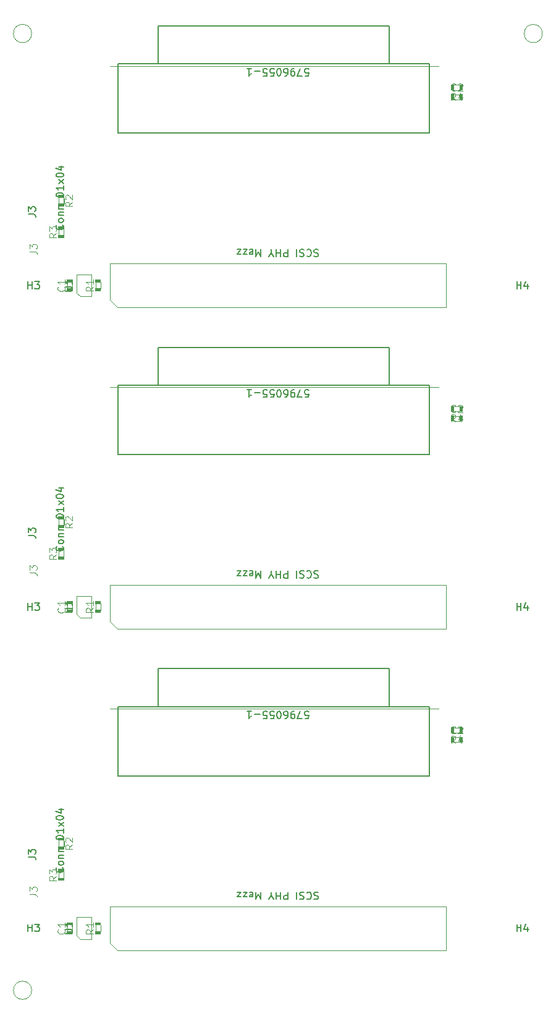
<source format=gbr>
G04 #@! TF.GenerationSoftware,KiCad,Pcbnew,8.0.6*
G04 #@! TF.CreationDate,2024-11-07T02:27:12-08:00*
G04 #@! TF.ProjectId,hvd-68-vhdci-panel,6876642d-3638-42d7-9668-6463692d7061,1*
G04 #@! TF.SameCoordinates,Original*
G04 #@! TF.FileFunction,AssemblyDrawing,Top*
%FSLAX46Y46*%
G04 Gerber Fmt 4.6, Leading zero omitted, Abs format (unit mm)*
G04 Created by KiCad (PCBNEW 8.0.6) date 2024-11-07 02:27:12*
%MOMM*%
%LPD*%
G01*
G04 APERTURE LIST*
%ADD10C,0.100000*%
%ADD11C,0.150000*%
%ADD12C,0.000000*%
%ADD13C,0.050000*%
%ADD14C,0.127000*%
G04 APERTURE END LIST*
D10*
X-13166667Y80344581D02*
X-13500000Y80820772D01*
X-13738095Y80344581D02*
X-13738095Y81344581D01*
X-13738095Y81344581D02*
X-13357143Y81344581D01*
X-13357143Y81344581D02*
X-13261905Y81296962D01*
X-13261905Y81296962D02*
X-13214286Y81249343D01*
X-13214286Y81249343D02*
X-13166667Y81154105D01*
X-13166667Y81154105D02*
X-13166667Y81011248D01*
X-13166667Y81011248D02*
X-13214286Y80916010D01*
X-13214286Y80916010D02*
X-13261905Y80868391D01*
X-13261905Y80868391D02*
X-13357143Y80820772D01*
X-13357143Y80820772D02*
X-13738095Y80820772D01*
X-12309524Y81011248D02*
X-12309524Y80344581D01*
X-12547619Y81392200D02*
X-12785714Y80677915D01*
X-12785714Y80677915D02*
X-12166667Y80677915D01*
X-66787819Y54835334D02*
X-66740199Y54787715D01*
X-66740199Y54787715D02*
X-66692580Y54644858D01*
X-66692580Y54644858D02*
X-66692580Y54549620D01*
X-66692580Y54549620D02*
X-66740199Y54406763D01*
X-66740199Y54406763D02*
X-66835438Y54311525D01*
X-66835438Y54311525D02*
X-66930676Y54263906D01*
X-66930676Y54263906D02*
X-67121152Y54216287D01*
X-67121152Y54216287D02*
X-67264009Y54216287D01*
X-67264009Y54216287D02*
X-67454485Y54263906D01*
X-67454485Y54263906D02*
X-67549723Y54311525D01*
X-67549723Y54311525D02*
X-67644961Y54406763D01*
X-67644961Y54406763D02*
X-67692580Y54549620D01*
X-67692580Y54549620D02*
X-67692580Y54644858D01*
X-67692580Y54644858D02*
X-67644961Y54787715D01*
X-67644961Y54787715D02*
X-67597342Y54835334D01*
X-66692580Y55787715D02*
X-66692580Y55216287D01*
X-66692580Y55502001D02*
X-67692580Y55502001D01*
X-67692580Y55502001D02*
X-67549723Y55406763D01*
X-67549723Y55406763D02*
X-67454485Y55311525D01*
X-67454485Y55311525D02*
X-67406866Y55216287D01*
X-71542581Y15668667D02*
X-70828296Y15668667D01*
X-70828296Y15668667D02*
X-70685439Y15621048D01*
X-70685439Y15621048D02*
X-70590200Y15525810D01*
X-70590200Y15525810D02*
X-70542581Y15382953D01*
X-70542581Y15382953D02*
X-70542581Y15287715D01*
X-71542581Y16049620D02*
X-71542581Y16668667D01*
X-71542581Y16668667D02*
X-71161629Y16335334D01*
X-71161629Y16335334D02*
X-71161629Y16478191D01*
X-71161629Y16478191D02*
X-71114010Y16573429D01*
X-71114010Y16573429D02*
X-71066391Y16621048D01*
X-71066391Y16621048D02*
X-70971153Y16668667D01*
X-70971153Y16668667D02*
X-70733058Y16668667D01*
X-70733058Y16668667D02*
X-70637820Y16621048D01*
X-70637820Y16621048D02*
X-70590200Y16573429D01*
X-70590200Y16573429D02*
X-70542581Y16478191D01*
X-70542581Y16478191D02*
X-70542581Y16192477D01*
X-70542581Y16192477D02*
X-70590200Y16097239D01*
X-70590200Y16097239D02*
X-70637820Y16049620D01*
D11*
X-67000421Y19273905D02*
X-66952801Y19226286D01*
X-66952801Y19226286D02*
X-66905182Y19083429D01*
X-66905182Y19083429D02*
X-66905182Y18988191D01*
X-66905182Y18988191D02*
X-66952801Y18845334D01*
X-66952801Y18845334D02*
X-67048040Y18750096D01*
X-67048040Y18750096D02*
X-67143278Y18702477D01*
X-67143278Y18702477D02*
X-67333754Y18654858D01*
X-67333754Y18654858D02*
X-67476611Y18654858D01*
X-67476611Y18654858D02*
X-67667087Y18702477D01*
X-67667087Y18702477D02*
X-67762325Y18750096D01*
X-67762325Y18750096D02*
X-67857563Y18845334D01*
X-67857563Y18845334D02*
X-67905182Y18988191D01*
X-67905182Y18988191D02*
X-67905182Y19083429D01*
X-67905182Y19083429D02*
X-67857563Y19226286D01*
X-67857563Y19226286D02*
X-67809944Y19273905D01*
X-66905182Y19845334D02*
X-66952801Y19750096D01*
X-66952801Y19750096D02*
X-67000421Y19702477D01*
X-67000421Y19702477D02*
X-67095659Y19654858D01*
X-67095659Y19654858D02*
X-67381373Y19654858D01*
X-67381373Y19654858D02*
X-67476611Y19702477D01*
X-67476611Y19702477D02*
X-67524230Y19750096D01*
X-67524230Y19750096D02*
X-67571849Y19845334D01*
X-67571849Y19845334D02*
X-67571849Y19988191D01*
X-67571849Y19988191D02*
X-67524230Y20083429D01*
X-67524230Y20083429D02*
X-67476611Y20131048D01*
X-67476611Y20131048D02*
X-67381373Y20178667D01*
X-67381373Y20178667D02*
X-67095659Y20178667D01*
X-67095659Y20178667D02*
X-67000421Y20131048D01*
X-67000421Y20131048D02*
X-66952801Y20083429D01*
X-66952801Y20083429D02*
X-66905182Y19988191D01*
X-66905182Y19988191D02*
X-66905182Y19845334D01*
X-67571849Y20607239D02*
X-66905182Y20607239D01*
X-67476611Y20607239D02*
X-67524230Y20654858D01*
X-67524230Y20654858D02*
X-67571849Y20750096D01*
X-67571849Y20750096D02*
X-67571849Y20892953D01*
X-67571849Y20892953D02*
X-67524230Y20988191D01*
X-67524230Y20988191D02*
X-67428992Y21035810D01*
X-67428992Y21035810D02*
X-66905182Y21035810D01*
X-67571849Y21512001D02*
X-66905182Y21512001D01*
X-67476611Y21512001D02*
X-67524230Y21559620D01*
X-67524230Y21559620D02*
X-67571849Y21654858D01*
X-67571849Y21654858D02*
X-67571849Y21797715D01*
X-67571849Y21797715D02*
X-67524230Y21892953D01*
X-67524230Y21892953D02*
X-67428992Y21940572D01*
X-67428992Y21940572D02*
X-66905182Y21940572D01*
X-66809944Y22178667D02*
X-66809944Y22940572D01*
X-67905182Y23369144D02*
X-67905182Y23464382D01*
X-67905182Y23464382D02*
X-67857563Y23559620D01*
X-67857563Y23559620D02*
X-67809944Y23607239D01*
X-67809944Y23607239D02*
X-67714706Y23654858D01*
X-67714706Y23654858D02*
X-67524230Y23702477D01*
X-67524230Y23702477D02*
X-67286135Y23702477D01*
X-67286135Y23702477D02*
X-67095659Y23654858D01*
X-67095659Y23654858D02*
X-67000421Y23607239D01*
X-67000421Y23607239D02*
X-66952801Y23559620D01*
X-66952801Y23559620D02*
X-66905182Y23464382D01*
X-66905182Y23464382D02*
X-66905182Y23369144D01*
X-66905182Y23369144D02*
X-66952801Y23273906D01*
X-66952801Y23273906D02*
X-67000421Y23226287D01*
X-67000421Y23226287D02*
X-67095659Y23178668D01*
X-67095659Y23178668D02*
X-67286135Y23131049D01*
X-67286135Y23131049D02*
X-67524230Y23131049D01*
X-67524230Y23131049D02*
X-67714706Y23178668D01*
X-67714706Y23178668D02*
X-67809944Y23226287D01*
X-67809944Y23226287D02*
X-67857563Y23273906D01*
X-67857563Y23273906D02*
X-67905182Y23369144D01*
X-66905182Y24654858D02*
X-66905182Y24083430D01*
X-66905182Y24369144D02*
X-67905182Y24369144D01*
X-67905182Y24369144D02*
X-67762325Y24273906D01*
X-67762325Y24273906D02*
X-67667087Y24178668D01*
X-67667087Y24178668D02*
X-67619468Y24083430D01*
X-66905182Y24988192D02*
X-67571849Y25512001D01*
X-67571849Y24988192D02*
X-66905182Y25512001D01*
X-67905182Y26083430D02*
X-67905182Y26178668D01*
X-67905182Y26178668D02*
X-67857563Y26273906D01*
X-67857563Y26273906D02*
X-67809944Y26321525D01*
X-67809944Y26321525D02*
X-67714706Y26369144D01*
X-67714706Y26369144D02*
X-67524230Y26416763D01*
X-67524230Y26416763D02*
X-67286135Y26416763D01*
X-67286135Y26416763D02*
X-67095659Y26369144D01*
X-67095659Y26369144D02*
X-67000421Y26321525D01*
X-67000421Y26321525D02*
X-66952801Y26273906D01*
X-66952801Y26273906D02*
X-66905182Y26178668D01*
X-66905182Y26178668D02*
X-66905182Y26083430D01*
X-66905182Y26083430D02*
X-66952801Y25988192D01*
X-66952801Y25988192D02*
X-67000421Y25940573D01*
X-67000421Y25940573D02*
X-67095659Y25892954D01*
X-67095659Y25892954D02*
X-67286135Y25845335D01*
X-67286135Y25845335D02*
X-67524230Y25845335D01*
X-67524230Y25845335D02*
X-67714706Y25892954D01*
X-67714706Y25892954D02*
X-67809944Y25940573D01*
X-67809944Y25940573D02*
X-67857563Y25988192D01*
X-67857563Y25988192D02*
X-67905182Y26083430D01*
X-67571849Y27273906D02*
X-66905182Y27273906D01*
X-67952801Y27035811D02*
X-67238516Y26797716D01*
X-67238516Y26797716D02*
X-67238516Y27416763D01*
X-71715181Y20773667D02*
X-71000896Y20773667D01*
X-71000896Y20773667D02*
X-70858039Y20726048D01*
X-70858039Y20726048D02*
X-70762800Y20630810D01*
X-70762800Y20630810D02*
X-70715181Y20487953D01*
X-70715181Y20487953D02*
X-70715181Y20392715D01*
X-71715181Y21154620D02*
X-71715181Y21773667D01*
X-71715181Y21773667D02*
X-71334229Y21440334D01*
X-71334229Y21440334D02*
X-71334229Y21583191D01*
X-71334229Y21583191D02*
X-71286610Y21678429D01*
X-71286610Y21678429D02*
X-71238991Y21726048D01*
X-71238991Y21726048D02*
X-71143753Y21773667D01*
X-71143753Y21773667D02*
X-70905658Y21773667D01*
X-70905658Y21773667D02*
X-70810420Y21726048D01*
X-70810420Y21726048D02*
X-70762800Y21678429D01*
X-70762800Y21678429D02*
X-70715181Y21583191D01*
X-70715181Y21583191D02*
X-70715181Y21297477D01*
X-70715181Y21297477D02*
X-70762800Y21202239D01*
X-70762800Y21202239D02*
X-70810420Y21154620D01*
D10*
X-13166667Y36344581D02*
X-13500000Y36820772D01*
X-13738095Y36344581D02*
X-13738095Y37344581D01*
X-13738095Y37344581D02*
X-13357143Y37344581D01*
X-13357143Y37344581D02*
X-13261905Y37296962D01*
X-13261905Y37296962D02*
X-13214286Y37249343D01*
X-13214286Y37249343D02*
X-13166667Y37154105D01*
X-13166667Y37154105D02*
X-13166667Y37011248D01*
X-13166667Y37011248D02*
X-13214286Y36916010D01*
X-13214286Y36916010D02*
X-13261905Y36868391D01*
X-13261905Y36868391D02*
X-13357143Y36820772D01*
X-13357143Y36820772D02*
X-13738095Y36820772D01*
X-12309524Y37011248D02*
X-12309524Y36344581D01*
X-12547619Y37392200D02*
X-12785714Y36677915D01*
X-12785714Y36677915D02*
X-12166667Y36677915D01*
D11*
X-71761905Y10547181D02*
X-71761905Y11547181D01*
X-71761905Y11070991D02*
X-71190477Y11070991D01*
X-71190477Y10547181D02*
X-71190477Y11547181D01*
X-70809524Y11547181D02*
X-70190477Y11547181D01*
X-70190477Y11547181D02*
X-70523810Y11166229D01*
X-70523810Y11166229D02*
X-70380953Y11166229D01*
X-70380953Y11166229D02*
X-70285715Y11118610D01*
X-70285715Y11118610D02*
X-70238096Y11070991D01*
X-70238096Y11070991D02*
X-70190477Y10975753D01*
X-70190477Y10975753D02*
X-70190477Y10737658D01*
X-70190477Y10737658D02*
X-70238096Y10642420D01*
X-70238096Y10642420D02*
X-70285715Y10594800D01*
X-70285715Y10594800D02*
X-70380953Y10547181D01*
X-70380953Y10547181D02*
X-70666667Y10547181D01*
X-70666667Y10547181D02*
X-70761905Y10594800D01*
X-70761905Y10594800D02*
X-70809524Y10642420D01*
X-66645182Y10240096D02*
X-65835659Y10240096D01*
X-65835659Y10240096D02*
X-65740421Y10287715D01*
X-65740421Y10287715D02*
X-65692801Y10335334D01*
X-65692801Y10335334D02*
X-65645182Y10430572D01*
X-65645182Y10430572D02*
X-65645182Y10621048D01*
X-65645182Y10621048D02*
X-65692801Y10716286D01*
X-65692801Y10716286D02*
X-65740421Y10763905D01*
X-65740421Y10763905D02*
X-65835659Y10811524D01*
X-65835659Y10811524D02*
X-66645182Y10811524D01*
X-65645182Y11811524D02*
X-65645182Y11240096D01*
X-65645182Y11525810D02*
X-66645182Y11525810D01*
X-66645182Y11525810D02*
X-66502325Y11430572D01*
X-66502325Y11430572D02*
X-66407087Y11335334D01*
X-66407087Y11335334D02*
X-66359468Y11240096D01*
X-71761905Y98547181D02*
X-71761905Y99547181D01*
X-71761905Y99070991D02*
X-71190477Y99070991D01*
X-71190477Y98547181D02*
X-71190477Y99547181D01*
X-70809524Y99547181D02*
X-70190477Y99547181D01*
X-70190477Y99547181D02*
X-70523810Y99166229D01*
X-70523810Y99166229D02*
X-70380953Y99166229D01*
X-70380953Y99166229D02*
X-70285715Y99118610D01*
X-70285715Y99118610D02*
X-70238096Y99070991D01*
X-70238096Y99070991D02*
X-70190477Y98975753D01*
X-70190477Y98975753D02*
X-70190477Y98737658D01*
X-70190477Y98737658D02*
X-70238096Y98642420D01*
X-70238096Y98642420D02*
X-70285715Y98594800D01*
X-70285715Y98594800D02*
X-70380953Y98547181D01*
X-70380953Y98547181D02*
X-70666667Y98547181D01*
X-70666667Y98547181D02*
X-70761905Y98594800D01*
X-70761905Y98594800D02*
X-70809524Y98642420D01*
X-66645182Y54240096D02*
X-65835659Y54240096D01*
X-65835659Y54240096D02*
X-65740421Y54287715D01*
X-65740421Y54287715D02*
X-65692801Y54335334D01*
X-65692801Y54335334D02*
X-65645182Y54430572D01*
X-65645182Y54430572D02*
X-65645182Y54621048D01*
X-65645182Y54621048D02*
X-65692801Y54716286D01*
X-65692801Y54716286D02*
X-65740421Y54763905D01*
X-65740421Y54763905D02*
X-65835659Y54811524D01*
X-65835659Y54811524D02*
X-66645182Y54811524D01*
X-65645182Y55811524D02*
X-65645182Y55240096D01*
X-65645182Y55525810D02*
X-66645182Y55525810D01*
X-66645182Y55525810D02*
X-66502325Y55430572D01*
X-66502325Y55430572D02*
X-66407087Y55335334D01*
X-66407087Y55335334D02*
X-66359468Y55240096D01*
D10*
X-13166667Y37739820D02*
X-13214286Y37692200D01*
X-13214286Y37692200D02*
X-13357143Y37644581D01*
X-13357143Y37644581D02*
X-13452381Y37644581D01*
X-13452381Y37644581D02*
X-13595238Y37692200D01*
X-13595238Y37692200D02*
X-13690476Y37787439D01*
X-13690476Y37787439D02*
X-13738095Y37882677D01*
X-13738095Y37882677D02*
X-13785714Y38073153D01*
X-13785714Y38073153D02*
X-13785714Y38216010D01*
X-13785714Y38216010D02*
X-13738095Y38406486D01*
X-13738095Y38406486D02*
X-13690476Y38501724D01*
X-13690476Y38501724D02*
X-13595238Y38596962D01*
X-13595238Y38596962D02*
X-13452381Y38644581D01*
X-13452381Y38644581D02*
X-13357143Y38644581D01*
X-13357143Y38644581D02*
X-13214286Y38596962D01*
X-13214286Y38596962D02*
X-13166667Y38549343D01*
X-12785714Y38549343D02*
X-12738095Y38596962D01*
X-12738095Y38596962D02*
X-12642857Y38644581D01*
X-12642857Y38644581D02*
X-12404762Y38644581D01*
X-12404762Y38644581D02*
X-12309524Y38596962D01*
X-12309524Y38596962D02*
X-12261905Y38549343D01*
X-12261905Y38549343D02*
X-12214286Y38454105D01*
X-12214286Y38454105D02*
X-12214286Y38358867D01*
X-12214286Y38358867D02*
X-12261905Y38216010D01*
X-12261905Y38216010D02*
X-12833333Y37644581D01*
X-12833333Y37644581D02*
X-12214286Y37644581D01*
X-71542581Y103668667D02*
X-70828296Y103668667D01*
X-70828296Y103668667D02*
X-70685439Y103621048D01*
X-70685439Y103621048D02*
X-70590200Y103525810D01*
X-70590200Y103525810D02*
X-70542581Y103382953D01*
X-70542581Y103382953D02*
X-70542581Y103287715D01*
X-71542581Y104049620D02*
X-71542581Y104668667D01*
X-71542581Y104668667D02*
X-71161629Y104335334D01*
X-71161629Y104335334D02*
X-71161629Y104478191D01*
X-71161629Y104478191D02*
X-71114010Y104573429D01*
X-71114010Y104573429D02*
X-71066391Y104621048D01*
X-71066391Y104621048D02*
X-70971153Y104668667D01*
X-70971153Y104668667D02*
X-70733058Y104668667D01*
X-70733058Y104668667D02*
X-70637820Y104621048D01*
X-70637820Y104621048D02*
X-70590200Y104573429D01*
X-70590200Y104573429D02*
X-70542581Y104478191D01*
X-70542581Y104478191D02*
X-70542581Y104192477D01*
X-70542581Y104192477D02*
X-70590200Y104097239D01*
X-70590200Y104097239D02*
X-70637820Y104049620D01*
D11*
X-67000421Y107273905D02*
X-66952801Y107226286D01*
X-66952801Y107226286D02*
X-66905182Y107083429D01*
X-66905182Y107083429D02*
X-66905182Y106988191D01*
X-66905182Y106988191D02*
X-66952801Y106845334D01*
X-66952801Y106845334D02*
X-67048040Y106750096D01*
X-67048040Y106750096D02*
X-67143278Y106702477D01*
X-67143278Y106702477D02*
X-67333754Y106654858D01*
X-67333754Y106654858D02*
X-67476611Y106654858D01*
X-67476611Y106654858D02*
X-67667087Y106702477D01*
X-67667087Y106702477D02*
X-67762325Y106750096D01*
X-67762325Y106750096D02*
X-67857563Y106845334D01*
X-67857563Y106845334D02*
X-67905182Y106988191D01*
X-67905182Y106988191D02*
X-67905182Y107083429D01*
X-67905182Y107083429D02*
X-67857563Y107226286D01*
X-67857563Y107226286D02*
X-67809944Y107273905D01*
X-66905182Y107845334D02*
X-66952801Y107750096D01*
X-66952801Y107750096D02*
X-67000421Y107702477D01*
X-67000421Y107702477D02*
X-67095659Y107654858D01*
X-67095659Y107654858D02*
X-67381373Y107654858D01*
X-67381373Y107654858D02*
X-67476611Y107702477D01*
X-67476611Y107702477D02*
X-67524230Y107750096D01*
X-67524230Y107750096D02*
X-67571849Y107845334D01*
X-67571849Y107845334D02*
X-67571849Y107988191D01*
X-67571849Y107988191D02*
X-67524230Y108083429D01*
X-67524230Y108083429D02*
X-67476611Y108131048D01*
X-67476611Y108131048D02*
X-67381373Y108178667D01*
X-67381373Y108178667D02*
X-67095659Y108178667D01*
X-67095659Y108178667D02*
X-67000421Y108131048D01*
X-67000421Y108131048D02*
X-66952801Y108083429D01*
X-66952801Y108083429D02*
X-66905182Y107988191D01*
X-66905182Y107988191D02*
X-66905182Y107845334D01*
X-67571849Y108607239D02*
X-66905182Y108607239D01*
X-67476611Y108607239D02*
X-67524230Y108654858D01*
X-67524230Y108654858D02*
X-67571849Y108750096D01*
X-67571849Y108750096D02*
X-67571849Y108892953D01*
X-67571849Y108892953D02*
X-67524230Y108988191D01*
X-67524230Y108988191D02*
X-67428992Y109035810D01*
X-67428992Y109035810D02*
X-66905182Y109035810D01*
X-67571849Y109512001D02*
X-66905182Y109512001D01*
X-67476611Y109512001D02*
X-67524230Y109559620D01*
X-67524230Y109559620D02*
X-67571849Y109654858D01*
X-67571849Y109654858D02*
X-67571849Y109797715D01*
X-67571849Y109797715D02*
X-67524230Y109892953D01*
X-67524230Y109892953D02*
X-67428992Y109940572D01*
X-67428992Y109940572D02*
X-66905182Y109940572D01*
X-66809944Y110178667D02*
X-66809944Y110940572D01*
X-67905182Y111369144D02*
X-67905182Y111464382D01*
X-67905182Y111464382D02*
X-67857563Y111559620D01*
X-67857563Y111559620D02*
X-67809944Y111607239D01*
X-67809944Y111607239D02*
X-67714706Y111654858D01*
X-67714706Y111654858D02*
X-67524230Y111702477D01*
X-67524230Y111702477D02*
X-67286135Y111702477D01*
X-67286135Y111702477D02*
X-67095659Y111654858D01*
X-67095659Y111654858D02*
X-67000421Y111607239D01*
X-67000421Y111607239D02*
X-66952801Y111559620D01*
X-66952801Y111559620D02*
X-66905182Y111464382D01*
X-66905182Y111464382D02*
X-66905182Y111369144D01*
X-66905182Y111369144D02*
X-66952801Y111273906D01*
X-66952801Y111273906D02*
X-67000421Y111226287D01*
X-67000421Y111226287D02*
X-67095659Y111178668D01*
X-67095659Y111178668D02*
X-67286135Y111131049D01*
X-67286135Y111131049D02*
X-67524230Y111131049D01*
X-67524230Y111131049D02*
X-67714706Y111178668D01*
X-67714706Y111178668D02*
X-67809944Y111226287D01*
X-67809944Y111226287D02*
X-67857563Y111273906D01*
X-67857563Y111273906D02*
X-67905182Y111369144D01*
X-66905182Y112654858D02*
X-66905182Y112083430D01*
X-66905182Y112369144D02*
X-67905182Y112369144D01*
X-67905182Y112369144D02*
X-67762325Y112273906D01*
X-67762325Y112273906D02*
X-67667087Y112178668D01*
X-67667087Y112178668D02*
X-67619468Y112083430D01*
X-66905182Y112988192D02*
X-67571849Y113512001D01*
X-67571849Y112988192D02*
X-66905182Y113512001D01*
X-67905182Y114083430D02*
X-67905182Y114178668D01*
X-67905182Y114178668D02*
X-67857563Y114273906D01*
X-67857563Y114273906D02*
X-67809944Y114321525D01*
X-67809944Y114321525D02*
X-67714706Y114369144D01*
X-67714706Y114369144D02*
X-67524230Y114416763D01*
X-67524230Y114416763D02*
X-67286135Y114416763D01*
X-67286135Y114416763D02*
X-67095659Y114369144D01*
X-67095659Y114369144D02*
X-67000421Y114321525D01*
X-67000421Y114321525D02*
X-66952801Y114273906D01*
X-66952801Y114273906D02*
X-66905182Y114178668D01*
X-66905182Y114178668D02*
X-66905182Y114083430D01*
X-66905182Y114083430D02*
X-66952801Y113988192D01*
X-66952801Y113988192D02*
X-67000421Y113940573D01*
X-67000421Y113940573D02*
X-67095659Y113892954D01*
X-67095659Y113892954D02*
X-67286135Y113845335D01*
X-67286135Y113845335D02*
X-67524230Y113845335D01*
X-67524230Y113845335D02*
X-67714706Y113892954D01*
X-67714706Y113892954D02*
X-67809944Y113940573D01*
X-67809944Y113940573D02*
X-67857563Y113988192D01*
X-67857563Y113988192D02*
X-67905182Y114083430D01*
X-67571849Y115273906D02*
X-66905182Y115273906D01*
X-67952801Y115035811D02*
X-67238516Y114797716D01*
X-67238516Y114797716D02*
X-67238516Y115416763D01*
X-71715181Y108773667D02*
X-71000896Y108773667D01*
X-71000896Y108773667D02*
X-70858039Y108726048D01*
X-70858039Y108726048D02*
X-70762800Y108630810D01*
X-70762800Y108630810D02*
X-70715181Y108487953D01*
X-70715181Y108487953D02*
X-70715181Y108392715D01*
X-71715181Y109154620D02*
X-71715181Y109773667D01*
X-71715181Y109773667D02*
X-71334229Y109440334D01*
X-71334229Y109440334D02*
X-71334229Y109583191D01*
X-71334229Y109583191D02*
X-71286610Y109678429D01*
X-71286610Y109678429D02*
X-71238991Y109726048D01*
X-71238991Y109726048D02*
X-71143753Y109773667D01*
X-71143753Y109773667D02*
X-70905658Y109773667D01*
X-70905658Y109773667D02*
X-70810420Y109726048D01*
X-70810420Y109726048D02*
X-70762800Y109678429D01*
X-70762800Y109678429D02*
X-70715181Y109583191D01*
X-70715181Y109583191D02*
X-70715181Y109297477D01*
X-70715181Y109297477D02*
X-70762800Y109202239D01*
X-70762800Y109202239D02*
X-70810420Y109154620D01*
D10*
X-66787819Y10835334D02*
X-66740199Y10787715D01*
X-66740199Y10787715D02*
X-66692580Y10644858D01*
X-66692580Y10644858D02*
X-66692580Y10549620D01*
X-66692580Y10549620D02*
X-66740199Y10406763D01*
X-66740199Y10406763D02*
X-66835438Y10311525D01*
X-66835438Y10311525D02*
X-66930676Y10263906D01*
X-66930676Y10263906D02*
X-67121152Y10216287D01*
X-67121152Y10216287D02*
X-67264009Y10216287D01*
X-67264009Y10216287D02*
X-67454485Y10263906D01*
X-67454485Y10263906D02*
X-67549723Y10311525D01*
X-67549723Y10311525D02*
X-67644961Y10406763D01*
X-67644961Y10406763D02*
X-67692580Y10549620D01*
X-67692580Y10549620D02*
X-67692580Y10644858D01*
X-67692580Y10644858D02*
X-67644961Y10787715D01*
X-67644961Y10787715D02*
X-67597342Y10835334D01*
X-66692580Y11787715D02*
X-66692580Y11216287D01*
X-66692580Y11502001D02*
X-67692580Y11502001D01*
X-67692580Y11502001D02*
X-67549723Y11406763D01*
X-67549723Y11406763D02*
X-67454485Y11311525D01*
X-67454485Y11311525D02*
X-67406866Y11216287D01*
X-13166667Y81739820D02*
X-13214286Y81692200D01*
X-13214286Y81692200D02*
X-13357143Y81644581D01*
X-13357143Y81644581D02*
X-13452381Y81644581D01*
X-13452381Y81644581D02*
X-13595238Y81692200D01*
X-13595238Y81692200D02*
X-13690476Y81787439D01*
X-13690476Y81787439D02*
X-13738095Y81882677D01*
X-13738095Y81882677D02*
X-13785714Y82073153D01*
X-13785714Y82073153D02*
X-13785714Y82216010D01*
X-13785714Y82216010D02*
X-13738095Y82406486D01*
X-13738095Y82406486D02*
X-13690476Y82501724D01*
X-13690476Y82501724D02*
X-13595238Y82596962D01*
X-13595238Y82596962D02*
X-13452381Y82644581D01*
X-13452381Y82644581D02*
X-13357143Y82644581D01*
X-13357143Y82644581D02*
X-13214286Y82596962D01*
X-13214286Y82596962D02*
X-13166667Y82549343D01*
X-12785714Y82549343D02*
X-12738095Y82596962D01*
X-12738095Y82596962D02*
X-12642857Y82644581D01*
X-12642857Y82644581D02*
X-12404762Y82644581D01*
X-12404762Y82644581D02*
X-12309524Y82596962D01*
X-12309524Y82596962D02*
X-12261905Y82549343D01*
X-12261905Y82549343D02*
X-12214286Y82454105D01*
X-12214286Y82454105D02*
X-12214286Y82358867D01*
X-12214286Y82358867D02*
X-12261905Y82216010D01*
X-12261905Y82216010D02*
X-12833333Y81644581D01*
X-12833333Y81644581D02*
X-12214286Y81644581D01*
X-13166667Y124344581D02*
X-13500000Y124820772D01*
X-13738095Y124344581D02*
X-13738095Y125344581D01*
X-13738095Y125344581D02*
X-13357143Y125344581D01*
X-13357143Y125344581D02*
X-13261905Y125296962D01*
X-13261905Y125296962D02*
X-13214286Y125249343D01*
X-13214286Y125249343D02*
X-13166667Y125154105D01*
X-13166667Y125154105D02*
X-13166667Y125011248D01*
X-13166667Y125011248D02*
X-13214286Y124916010D01*
X-13214286Y124916010D02*
X-13261905Y124868391D01*
X-13261905Y124868391D02*
X-13357143Y124820772D01*
X-13357143Y124820772D02*
X-13738095Y124820772D01*
X-12309524Y125011248D02*
X-12309524Y124344581D01*
X-12547619Y125392200D02*
X-12785714Y124677915D01*
X-12785714Y124677915D02*
X-12166667Y124677915D01*
X-71542581Y59668667D02*
X-70828296Y59668667D01*
X-70828296Y59668667D02*
X-70685439Y59621048D01*
X-70685439Y59621048D02*
X-70590200Y59525810D01*
X-70590200Y59525810D02*
X-70542581Y59382953D01*
X-70542581Y59382953D02*
X-70542581Y59287715D01*
X-71542581Y60049620D02*
X-71542581Y60668667D01*
X-71542581Y60668667D02*
X-71161629Y60335334D01*
X-71161629Y60335334D02*
X-71161629Y60478191D01*
X-71161629Y60478191D02*
X-71114010Y60573429D01*
X-71114010Y60573429D02*
X-71066391Y60621048D01*
X-71066391Y60621048D02*
X-70971153Y60668667D01*
X-70971153Y60668667D02*
X-70733058Y60668667D01*
X-70733058Y60668667D02*
X-70637820Y60621048D01*
X-70637820Y60621048D02*
X-70590200Y60573429D01*
X-70590200Y60573429D02*
X-70542581Y60478191D01*
X-70542581Y60478191D02*
X-70542581Y60192477D01*
X-70542581Y60192477D02*
X-70590200Y60097239D01*
X-70590200Y60097239D02*
X-70637820Y60049620D01*
D11*
X-67000421Y63273905D02*
X-66952801Y63226286D01*
X-66952801Y63226286D02*
X-66905182Y63083429D01*
X-66905182Y63083429D02*
X-66905182Y62988191D01*
X-66905182Y62988191D02*
X-66952801Y62845334D01*
X-66952801Y62845334D02*
X-67048040Y62750096D01*
X-67048040Y62750096D02*
X-67143278Y62702477D01*
X-67143278Y62702477D02*
X-67333754Y62654858D01*
X-67333754Y62654858D02*
X-67476611Y62654858D01*
X-67476611Y62654858D02*
X-67667087Y62702477D01*
X-67667087Y62702477D02*
X-67762325Y62750096D01*
X-67762325Y62750096D02*
X-67857563Y62845334D01*
X-67857563Y62845334D02*
X-67905182Y62988191D01*
X-67905182Y62988191D02*
X-67905182Y63083429D01*
X-67905182Y63083429D02*
X-67857563Y63226286D01*
X-67857563Y63226286D02*
X-67809944Y63273905D01*
X-66905182Y63845334D02*
X-66952801Y63750096D01*
X-66952801Y63750096D02*
X-67000421Y63702477D01*
X-67000421Y63702477D02*
X-67095659Y63654858D01*
X-67095659Y63654858D02*
X-67381373Y63654858D01*
X-67381373Y63654858D02*
X-67476611Y63702477D01*
X-67476611Y63702477D02*
X-67524230Y63750096D01*
X-67524230Y63750096D02*
X-67571849Y63845334D01*
X-67571849Y63845334D02*
X-67571849Y63988191D01*
X-67571849Y63988191D02*
X-67524230Y64083429D01*
X-67524230Y64083429D02*
X-67476611Y64131048D01*
X-67476611Y64131048D02*
X-67381373Y64178667D01*
X-67381373Y64178667D02*
X-67095659Y64178667D01*
X-67095659Y64178667D02*
X-67000421Y64131048D01*
X-67000421Y64131048D02*
X-66952801Y64083429D01*
X-66952801Y64083429D02*
X-66905182Y63988191D01*
X-66905182Y63988191D02*
X-66905182Y63845334D01*
X-67571849Y64607239D02*
X-66905182Y64607239D01*
X-67476611Y64607239D02*
X-67524230Y64654858D01*
X-67524230Y64654858D02*
X-67571849Y64750096D01*
X-67571849Y64750096D02*
X-67571849Y64892953D01*
X-67571849Y64892953D02*
X-67524230Y64988191D01*
X-67524230Y64988191D02*
X-67428992Y65035810D01*
X-67428992Y65035810D02*
X-66905182Y65035810D01*
X-67571849Y65512001D02*
X-66905182Y65512001D01*
X-67476611Y65512001D02*
X-67524230Y65559620D01*
X-67524230Y65559620D02*
X-67571849Y65654858D01*
X-67571849Y65654858D02*
X-67571849Y65797715D01*
X-67571849Y65797715D02*
X-67524230Y65892953D01*
X-67524230Y65892953D02*
X-67428992Y65940572D01*
X-67428992Y65940572D02*
X-66905182Y65940572D01*
X-66809944Y66178667D02*
X-66809944Y66940572D01*
X-67905182Y67369144D02*
X-67905182Y67464382D01*
X-67905182Y67464382D02*
X-67857563Y67559620D01*
X-67857563Y67559620D02*
X-67809944Y67607239D01*
X-67809944Y67607239D02*
X-67714706Y67654858D01*
X-67714706Y67654858D02*
X-67524230Y67702477D01*
X-67524230Y67702477D02*
X-67286135Y67702477D01*
X-67286135Y67702477D02*
X-67095659Y67654858D01*
X-67095659Y67654858D02*
X-67000421Y67607239D01*
X-67000421Y67607239D02*
X-66952801Y67559620D01*
X-66952801Y67559620D02*
X-66905182Y67464382D01*
X-66905182Y67464382D02*
X-66905182Y67369144D01*
X-66905182Y67369144D02*
X-66952801Y67273906D01*
X-66952801Y67273906D02*
X-67000421Y67226287D01*
X-67000421Y67226287D02*
X-67095659Y67178668D01*
X-67095659Y67178668D02*
X-67286135Y67131049D01*
X-67286135Y67131049D02*
X-67524230Y67131049D01*
X-67524230Y67131049D02*
X-67714706Y67178668D01*
X-67714706Y67178668D02*
X-67809944Y67226287D01*
X-67809944Y67226287D02*
X-67857563Y67273906D01*
X-67857563Y67273906D02*
X-67905182Y67369144D01*
X-66905182Y68654858D02*
X-66905182Y68083430D01*
X-66905182Y68369144D02*
X-67905182Y68369144D01*
X-67905182Y68369144D02*
X-67762325Y68273906D01*
X-67762325Y68273906D02*
X-67667087Y68178668D01*
X-67667087Y68178668D02*
X-67619468Y68083430D01*
X-66905182Y68988192D02*
X-67571849Y69512001D01*
X-67571849Y68988192D02*
X-66905182Y69512001D01*
X-67905182Y70083430D02*
X-67905182Y70178668D01*
X-67905182Y70178668D02*
X-67857563Y70273906D01*
X-67857563Y70273906D02*
X-67809944Y70321525D01*
X-67809944Y70321525D02*
X-67714706Y70369144D01*
X-67714706Y70369144D02*
X-67524230Y70416763D01*
X-67524230Y70416763D02*
X-67286135Y70416763D01*
X-67286135Y70416763D02*
X-67095659Y70369144D01*
X-67095659Y70369144D02*
X-67000421Y70321525D01*
X-67000421Y70321525D02*
X-66952801Y70273906D01*
X-66952801Y70273906D02*
X-66905182Y70178668D01*
X-66905182Y70178668D02*
X-66905182Y70083430D01*
X-66905182Y70083430D02*
X-66952801Y69988192D01*
X-66952801Y69988192D02*
X-67000421Y69940573D01*
X-67000421Y69940573D02*
X-67095659Y69892954D01*
X-67095659Y69892954D02*
X-67286135Y69845335D01*
X-67286135Y69845335D02*
X-67524230Y69845335D01*
X-67524230Y69845335D02*
X-67714706Y69892954D01*
X-67714706Y69892954D02*
X-67809944Y69940573D01*
X-67809944Y69940573D02*
X-67857563Y69988192D01*
X-67857563Y69988192D02*
X-67905182Y70083430D01*
X-67571849Y71273906D02*
X-66905182Y71273906D01*
X-67952801Y71035811D02*
X-67238516Y70797716D01*
X-67238516Y70797716D02*
X-67238516Y71416763D01*
X-71715181Y64773667D02*
X-71000896Y64773667D01*
X-71000896Y64773667D02*
X-70858039Y64726048D01*
X-70858039Y64726048D02*
X-70762800Y64630810D01*
X-70762800Y64630810D02*
X-70715181Y64487953D01*
X-70715181Y64487953D02*
X-70715181Y64392715D01*
X-71715181Y65154620D02*
X-71715181Y65773667D01*
X-71715181Y65773667D02*
X-71334229Y65440334D01*
X-71334229Y65440334D02*
X-71334229Y65583191D01*
X-71334229Y65583191D02*
X-71286610Y65678429D01*
X-71286610Y65678429D02*
X-71238991Y65726048D01*
X-71238991Y65726048D02*
X-71143753Y65773667D01*
X-71143753Y65773667D02*
X-70905658Y65773667D01*
X-70905658Y65773667D02*
X-70810420Y65726048D01*
X-70810420Y65726048D02*
X-70762800Y65678429D01*
X-70762800Y65678429D02*
X-70715181Y65583191D01*
X-70715181Y65583191D02*
X-70715181Y65297477D01*
X-70715181Y65297477D02*
X-70762800Y65202239D01*
X-70762800Y65202239D02*
X-70810420Y65154620D01*
X-33785715Y39721820D02*
X-33309525Y39721820D01*
X-33309525Y39721820D02*
X-33261906Y40198010D01*
X-33261906Y40198010D02*
X-33309525Y40150391D01*
X-33309525Y40150391D02*
X-33404763Y40102772D01*
X-33404763Y40102772D02*
X-33642858Y40102772D01*
X-33642858Y40102772D02*
X-33738096Y40150391D01*
X-33738096Y40150391D02*
X-33785715Y40198010D01*
X-33785715Y40198010D02*
X-33833334Y40293248D01*
X-33833334Y40293248D02*
X-33833334Y40531343D01*
X-33833334Y40531343D02*
X-33785715Y40626581D01*
X-33785715Y40626581D02*
X-33738096Y40674200D01*
X-33738096Y40674200D02*
X-33642858Y40721820D01*
X-33642858Y40721820D02*
X-33404763Y40721820D01*
X-33404763Y40721820D02*
X-33309525Y40674200D01*
X-33309525Y40674200D02*
X-33261906Y40626581D01*
X-34166668Y39721820D02*
X-34833334Y39721820D01*
X-34833334Y39721820D02*
X-34404763Y40721820D01*
X-35261906Y40721820D02*
X-35452382Y40721820D01*
X-35452382Y40721820D02*
X-35547620Y40674200D01*
X-35547620Y40674200D02*
X-35595239Y40626581D01*
X-35595239Y40626581D02*
X-35690477Y40483724D01*
X-35690477Y40483724D02*
X-35738096Y40293248D01*
X-35738096Y40293248D02*
X-35738096Y39912296D01*
X-35738096Y39912296D02*
X-35690477Y39817058D01*
X-35690477Y39817058D02*
X-35642858Y39769439D01*
X-35642858Y39769439D02*
X-35547620Y39721820D01*
X-35547620Y39721820D02*
X-35357144Y39721820D01*
X-35357144Y39721820D02*
X-35261906Y39769439D01*
X-35261906Y39769439D02*
X-35214287Y39817058D01*
X-35214287Y39817058D02*
X-35166668Y39912296D01*
X-35166668Y39912296D02*
X-35166668Y40150391D01*
X-35166668Y40150391D02*
X-35214287Y40245629D01*
X-35214287Y40245629D02*
X-35261906Y40293248D01*
X-35261906Y40293248D02*
X-35357144Y40340867D01*
X-35357144Y40340867D02*
X-35547620Y40340867D01*
X-35547620Y40340867D02*
X-35642858Y40293248D01*
X-35642858Y40293248D02*
X-35690477Y40245629D01*
X-35690477Y40245629D02*
X-35738096Y40150391D01*
X-36595239Y39721820D02*
X-36404763Y39721820D01*
X-36404763Y39721820D02*
X-36309525Y39769439D01*
X-36309525Y39769439D02*
X-36261906Y39817058D01*
X-36261906Y39817058D02*
X-36166668Y39959915D01*
X-36166668Y39959915D02*
X-36119049Y40150391D01*
X-36119049Y40150391D02*
X-36119049Y40531343D01*
X-36119049Y40531343D02*
X-36166668Y40626581D01*
X-36166668Y40626581D02*
X-36214287Y40674200D01*
X-36214287Y40674200D02*
X-36309525Y40721820D01*
X-36309525Y40721820D02*
X-36500001Y40721820D01*
X-36500001Y40721820D02*
X-36595239Y40674200D01*
X-36595239Y40674200D02*
X-36642858Y40626581D01*
X-36642858Y40626581D02*
X-36690477Y40531343D01*
X-36690477Y40531343D02*
X-36690477Y40293248D01*
X-36690477Y40293248D02*
X-36642858Y40198010D01*
X-36642858Y40198010D02*
X-36595239Y40150391D01*
X-36595239Y40150391D02*
X-36500001Y40102772D01*
X-36500001Y40102772D02*
X-36309525Y40102772D01*
X-36309525Y40102772D02*
X-36214287Y40150391D01*
X-36214287Y40150391D02*
X-36166668Y40198010D01*
X-36166668Y40198010D02*
X-36119049Y40293248D01*
X-37309525Y39721820D02*
X-37404763Y39721820D01*
X-37404763Y39721820D02*
X-37500001Y39769439D01*
X-37500001Y39769439D02*
X-37547620Y39817058D01*
X-37547620Y39817058D02*
X-37595239Y39912296D01*
X-37595239Y39912296D02*
X-37642858Y40102772D01*
X-37642858Y40102772D02*
X-37642858Y40340867D01*
X-37642858Y40340867D02*
X-37595239Y40531343D01*
X-37595239Y40531343D02*
X-37547620Y40626581D01*
X-37547620Y40626581D02*
X-37500001Y40674200D01*
X-37500001Y40674200D02*
X-37404763Y40721820D01*
X-37404763Y40721820D02*
X-37309525Y40721820D01*
X-37309525Y40721820D02*
X-37214287Y40674200D01*
X-37214287Y40674200D02*
X-37166668Y40626581D01*
X-37166668Y40626581D02*
X-37119049Y40531343D01*
X-37119049Y40531343D02*
X-37071430Y40340867D01*
X-37071430Y40340867D02*
X-37071430Y40102772D01*
X-37071430Y40102772D02*
X-37119049Y39912296D01*
X-37119049Y39912296D02*
X-37166668Y39817058D01*
X-37166668Y39817058D02*
X-37214287Y39769439D01*
X-37214287Y39769439D02*
X-37309525Y39721820D01*
X-38547620Y39721820D02*
X-38071430Y39721820D01*
X-38071430Y39721820D02*
X-38023811Y40198010D01*
X-38023811Y40198010D02*
X-38071430Y40150391D01*
X-38071430Y40150391D02*
X-38166668Y40102772D01*
X-38166668Y40102772D02*
X-38404763Y40102772D01*
X-38404763Y40102772D02*
X-38500001Y40150391D01*
X-38500001Y40150391D02*
X-38547620Y40198010D01*
X-38547620Y40198010D02*
X-38595239Y40293248D01*
X-38595239Y40293248D02*
X-38595239Y40531343D01*
X-38595239Y40531343D02*
X-38547620Y40626581D01*
X-38547620Y40626581D02*
X-38500001Y40674200D01*
X-38500001Y40674200D02*
X-38404763Y40721820D01*
X-38404763Y40721820D02*
X-38166668Y40721820D01*
X-38166668Y40721820D02*
X-38071430Y40674200D01*
X-38071430Y40674200D02*
X-38023811Y40626581D01*
X-39500001Y39721820D02*
X-39023811Y39721820D01*
X-39023811Y39721820D02*
X-38976192Y40198010D01*
X-38976192Y40198010D02*
X-39023811Y40150391D01*
X-39023811Y40150391D02*
X-39119049Y40102772D01*
X-39119049Y40102772D02*
X-39357144Y40102772D01*
X-39357144Y40102772D02*
X-39452382Y40150391D01*
X-39452382Y40150391D02*
X-39500001Y40198010D01*
X-39500001Y40198010D02*
X-39547620Y40293248D01*
X-39547620Y40293248D02*
X-39547620Y40531343D01*
X-39547620Y40531343D02*
X-39500001Y40626581D01*
X-39500001Y40626581D02*
X-39452382Y40674200D01*
X-39452382Y40674200D02*
X-39357144Y40721820D01*
X-39357144Y40721820D02*
X-39119049Y40721820D01*
X-39119049Y40721820D02*
X-39023811Y40674200D01*
X-39023811Y40674200D02*
X-38976192Y40626581D01*
X-39976192Y40340867D02*
X-40738096Y40340867D01*
X-41738096Y40721820D02*
X-41166668Y40721820D01*
X-41452382Y40721820D02*
X-41452382Y39721820D01*
X-41452382Y39721820D02*
X-41357144Y39864677D01*
X-41357144Y39864677D02*
X-41261906Y39959915D01*
X-41261906Y39959915D02*
X-41166668Y40007534D01*
X-66645182Y98240096D02*
X-65835659Y98240096D01*
X-65835659Y98240096D02*
X-65740421Y98287715D01*
X-65740421Y98287715D02*
X-65692801Y98335334D01*
X-65692801Y98335334D02*
X-65645182Y98430572D01*
X-65645182Y98430572D02*
X-65645182Y98621048D01*
X-65645182Y98621048D02*
X-65692801Y98716286D01*
X-65692801Y98716286D02*
X-65740421Y98763905D01*
X-65740421Y98763905D02*
X-65835659Y98811524D01*
X-65835659Y98811524D02*
X-66645182Y98811524D01*
X-65645182Y99811524D02*
X-65645182Y99240096D01*
X-65645182Y99525810D02*
X-66645182Y99525810D01*
X-66645182Y99525810D02*
X-66502325Y99430572D01*
X-66502325Y99430572D02*
X-66407087Y99335334D01*
X-66407087Y99335334D02*
X-66359468Y99240096D01*
D10*
X-67842580Y18135334D02*
X-68318771Y17802001D01*
X-67842580Y17563906D02*
X-68842580Y17563906D01*
X-68842580Y17563906D02*
X-68842580Y17944858D01*
X-68842580Y17944858D02*
X-68794961Y18040096D01*
X-68794961Y18040096D02*
X-68747342Y18087715D01*
X-68747342Y18087715D02*
X-68652104Y18135334D01*
X-68652104Y18135334D02*
X-68509247Y18135334D01*
X-68509247Y18135334D02*
X-68414009Y18087715D01*
X-68414009Y18087715D02*
X-68366390Y18040096D01*
X-68366390Y18040096D02*
X-68318771Y17944858D01*
X-68318771Y17944858D02*
X-68318771Y17563906D01*
X-68842580Y18468668D02*
X-68842580Y19087715D01*
X-68842580Y19087715D02*
X-68461628Y18754382D01*
X-68461628Y18754382D02*
X-68461628Y18897239D01*
X-68461628Y18897239D02*
X-68414009Y18992477D01*
X-68414009Y18992477D02*
X-68366390Y19040096D01*
X-68366390Y19040096D02*
X-68271152Y19087715D01*
X-68271152Y19087715D02*
X-68033057Y19087715D01*
X-68033057Y19087715D02*
X-67937819Y19040096D01*
X-67937819Y19040096D02*
X-67890199Y18992477D01*
X-67890199Y18992477D02*
X-67842580Y18897239D01*
X-67842580Y18897239D02*
X-67842580Y18611525D01*
X-67842580Y18611525D02*
X-67890199Y18516287D01*
X-67890199Y18516287D02*
X-67937819Y18468668D01*
D11*
X-71761905Y54547181D02*
X-71761905Y55547181D01*
X-71761905Y55070991D02*
X-71190477Y55070991D01*
X-71190477Y54547181D02*
X-71190477Y55547181D01*
X-70809524Y55547181D02*
X-70190477Y55547181D01*
X-70190477Y55547181D02*
X-70523810Y55166229D01*
X-70523810Y55166229D02*
X-70380953Y55166229D01*
X-70380953Y55166229D02*
X-70285715Y55118610D01*
X-70285715Y55118610D02*
X-70238096Y55070991D01*
X-70238096Y55070991D02*
X-70190477Y54975753D01*
X-70190477Y54975753D02*
X-70190477Y54737658D01*
X-70190477Y54737658D02*
X-70238096Y54642420D01*
X-70238096Y54642420D02*
X-70285715Y54594800D01*
X-70285715Y54594800D02*
X-70380953Y54547181D01*
X-70380953Y54547181D02*
X-70666667Y54547181D01*
X-70666667Y54547181D02*
X-70761905Y54594800D01*
X-70761905Y54594800D02*
X-70809524Y54642420D01*
D10*
X-62792580Y54835334D02*
X-63268771Y54502001D01*
X-62792580Y54263906D02*
X-63792580Y54263906D01*
X-63792580Y54263906D02*
X-63792580Y54644858D01*
X-63792580Y54644858D02*
X-63744961Y54740096D01*
X-63744961Y54740096D02*
X-63697342Y54787715D01*
X-63697342Y54787715D02*
X-63602104Y54835334D01*
X-63602104Y54835334D02*
X-63459247Y54835334D01*
X-63459247Y54835334D02*
X-63364009Y54787715D01*
X-63364009Y54787715D02*
X-63316390Y54740096D01*
X-63316390Y54740096D02*
X-63268771Y54644858D01*
X-63268771Y54644858D02*
X-63268771Y54263906D01*
X-62792580Y55787715D02*
X-62792580Y55216287D01*
X-62792580Y55502001D02*
X-63792580Y55502001D01*
X-63792580Y55502001D02*
X-63649723Y55406763D01*
X-63649723Y55406763D02*
X-63554485Y55311525D01*
X-63554485Y55311525D02*
X-63506866Y55216287D01*
X-65642582Y110435334D02*
X-66118773Y110102001D01*
X-65642582Y109863906D02*
X-66642582Y109863906D01*
X-66642582Y109863906D02*
X-66642582Y110244858D01*
X-66642582Y110244858D02*
X-66594963Y110340096D01*
X-66594963Y110340096D02*
X-66547344Y110387715D01*
X-66547344Y110387715D02*
X-66452106Y110435334D01*
X-66452106Y110435334D02*
X-66309249Y110435334D01*
X-66309249Y110435334D02*
X-66214011Y110387715D01*
X-66214011Y110387715D02*
X-66166392Y110340096D01*
X-66166392Y110340096D02*
X-66118773Y110244858D01*
X-66118773Y110244858D02*
X-66118773Y109863906D01*
X-66547344Y110816287D02*
X-66594963Y110863906D01*
X-66594963Y110863906D02*
X-66642582Y110959144D01*
X-66642582Y110959144D02*
X-66642582Y111197239D01*
X-66642582Y111197239D02*
X-66594963Y111292477D01*
X-66594963Y111292477D02*
X-66547344Y111340096D01*
X-66547344Y111340096D02*
X-66452106Y111387715D01*
X-66452106Y111387715D02*
X-66356868Y111387715D01*
X-66356868Y111387715D02*
X-66214011Y111340096D01*
X-66214011Y111340096D02*
X-65642582Y110768668D01*
X-65642582Y110768668D02*
X-65642582Y111387715D01*
D11*
X-31976191Y103909201D02*
X-32119048Y103956821D01*
X-32119048Y103956821D02*
X-32357143Y103956821D01*
X-32357143Y103956821D02*
X-32452381Y103909201D01*
X-32452381Y103909201D02*
X-32500000Y103861582D01*
X-32500000Y103861582D02*
X-32547619Y103766344D01*
X-32547619Y103766344D02*
X-32547619Y103671106D01*
X-32547619Y103671106D02*
X-32500000Y103575868D01*
X-32500000Y103575868D02*
X-32452381Y103528249D01*
X-32452381Y103528249D02*
X-32357143Y103480630D01*
X-32357143Y103480630D02*
X-32166667Y103433011D01*
X-32166667Y103433011D02*
X-32071429Y103385392D01*
X-32071429Y103385392D02*
X-32023810Y103337773D01*
X-32023810Y103337773D02*
X-31976191Y103242535D01*
X-31976191Y103242535D02*
X-31976191Y103147297D01*
X-31976191Y103147297D02*
X-32023810Y103052059D01*
X-32023810Y103052059D02*
X-32071429Y103004440D01*
X-32071429Y103004440D02*
X-32166667Y102956821D01*
X-32166667Y102956821D02*
X-32404762Y102956821D01*
X-32404762Y102956821D02*
X-32547619Y103004440D01*
X-33547619Y103861582D02*
X-33500000Y103909201D01*
X-33500000Y103909201D02*
X-33357143Y103956821D01*
X-33357143Y103956821D02*
X-33261905Y103956821D01*
X-33261905Y103956821D02*
X-33119048Y103909201D01*
X-33119048Y103909201D02*
X-33023810Y103813963D01*
X-33023810Y103813963D02*
X-32976191Y103718725D01*
X-32976191Y103718725D02*
X-32928572Y103528249D01*
X-32928572Y103528249D02*
X-32928572Y103385392D01*
X-32928572Y103385392D02*
X-32976191Y103194916D01*
X-32976191Y103194916D02*
X-33023810Y103099678D01*
X-33023810Y103099678D02*
X-33119048Y103004440D01*
X-33119048Y103004440D02*
X-33261905Y102956821D01*
X-33261905Y102956821D02*
X-33357143Y102956821D01*
X-33357143Y102956821D02*
X-33500000Y103004440D01*
X-33500000Y103004440D02*
X-33547619Y103052059D01*
X-33928572Y103909201D02*
X-34071429Y103956821D01*
X-34071429Y103956821D02*
X-34309524Y103956821D01*
X-34309524Y103956821D02*
X-34404762Y103909201D01*
X-34404762Y103909201D02*
X-34452381Y103861582D01*
X-34452381Y103861582D02*
X-34500000Y103766344D01*
X-34500000Y103766344D02*
X-34500000Y103671106D01*
X-34500000Y103671106D02*
X-34452381Y103575868D01*
X-34452381Y103575868D02*
X-34404762Y103528249D01*
X-34404762Y103528249D02*
X-34309524Y103480630D01*
X-34309524Y103480630D02*
X-34119048Y103433011D01*
X-34119048Y103433011D02*
X-34023810Y103385392D01*
X-34023810Y103385392D02*
X-33976191Y103337773D01*
X-33976191Y103337773D02*
X-33928572Y103242535D01*
X-33928572Y103242535D02*
X-33928572Y103147297D01*
X-33928572Y103147297D02*
X-33976191Y103052059D01*
X-33976191Y103052059D02*
X-34023810Y103004440D01*
X-34023810Y103004440D02*
X-34119048Y102956821D01*
X-34119048Y102956821D02*
X-34357143Y102956821D01*
X-34357143Y102956821D02*
X-34500000Y103004440D01*
X-34928572Y103956821D02*
X-34928572Y102956821D01*
X-36166667Y103956821D02*
X-36166667Y102956821D01*
X-36166667Y102956821D02*
X-36547619Y102956821D01*
X-36547619Y102956821D02*
X-36642857Y103004440D01*
X-36642857Y103004440D02*
X-36690476Y103052059D01*
X-36690476Y103052059D02*
X-36738095Y103147297D01*
X-36738095Y103147297D02*
X-36738095Y103290154D01*
X-36738095Y103290154D02*
X-36690476Y103385392D01*
X-36690476Y103385392D02*
X-36642857Y103433011D01*
X-36642857Y103433011D02*
X-36547619Y103480630D01*
X-36547619Y103480630D02*
X-36166667Y103480630D01*
X-37166667Y103956821D02*
X-37166667Y102956821D01*
X-37166667Y103433011D02*
X-37738095Y103433011D01*
X-37738095Y103956821D02*
X-37738095Y102956821D01*
X-38404762Y103480630D02*
X-38404762Y103956821D01*
X-38071429Y102956821D02*
X-38404762Y103480630D01*
X-38404762Y103480630D02*
X-38738095Y102956821D01*
X-39833334Y103956821D02*
X-39833334Y102956821D01*
X-39833334Y102956821D02*
X-40166667Y103671106D01*
X-40166667Y103671106D02*
X-40500000Y102956821D01*
X-40500000Y102956821D02*
X-40500000Y103956821D01*
X-41357143Y103909201D02*
X-41261905Y103956821D01*
X-41261905Y103956821D02*
X-41071429Y103956821D01*
X-41071429Y103956821D02*
X-40976191Y103909201D01*
X-40976191Y103909201D02*
X-40928572Y103813963D01*
X-40928572Y103813963D02*
X-40928572Y103433011D01*
X-40928572Y103433011D02*
X-40976191Y103337773D01*
X-40976191Y103337773D02*
X-41071429Y103290154D01*
X-41071429Y103290154D02*
X-41261905Y103290154D01*
X-41261905Y103290154D02*
X-41357143Y103337773D01*
X-41357143Y103337773D02*
X-41404762Y103433011D01*
X-41404762Y103433011D02*
X-41404762Y103528249D01*
X-41404762Y103528249D02*
X-40928572Y103623487D01*
X-41738096Y103290154D02*
X-42261905Y103290154D01*
X-42261905Y103290154D02*
X-41738096Y103956821D01*
X-41738096Y103956821D02*
X-42261905Y103956821D01*
X-42547620Y103290154D02*
X-43071429Y103290154D01*
X-43071429Y103290154D02*
X-42547620Y103956821D01*
X-42547620Y103956821D02*
X-43071429Y103956821D01*
X-4761905Y10547181D02*
X-4761905Y11547181D01*
X-4761905Y11070991D02*
X-4190477Y11070991D01*
X-4190477Y10547181D02*
X-4190477Y11547181D01*
X-3285715Y11213848D02*
X-3285715Y10547181D01*
X-3523810Y11594800D02*
X-3761905Y10880515D01*
X-3761905Y10880515D02*
X-3142858Y10880515D01*
X-4761905Y98547181D02*
X-4761905Y99547181D01*
X-4761905Y99070991D02*
X-4190477Y99070991D01*
X-4190477Y98547181D02*
X-4190477Y99547181D01*
X-3285715Y99213848D02*
X-3285715Y98547181D01*
X-3523810Y99594800D02*
X-3761905Y98880515D01*
X-3761905Y98880515D02*
X-3142858Y98880515D01*
D10*
X-62792580Y98835334D02*
X-63268771Y98502001D01*
X-62792580Y98263906D02*
X-63792580Y98263906D01*
X-63792580Y98263906D02*
X-63792580Y98644858D01*
X-63792580Y98644858D02*
X-63744961Y98740096D01*
X-63744961Y98740096D02*
X-63697342Y98787715D01*
X-63697342Y98787715D02*
X-63602104Y98835334D01*
X-63602104Y98835334D02*
X-63459247Y98835334D01*
X-63459247Y98835334D02*
X-63364009Y98787715D01*
X-63364009Y98787715D02*
X-63316390Y98740096D01*
X-63316390Y98740096D02*
X-63268771Y98644858D01*
X-63268771Y98644858D02*
X-63268771Y98263906D01*
X-62792580Y99787715D02*
X-62792580Y99216287D01*
X-62792580Y99502001D02*
X-63792580Y99502001D01*
X-63792580Y99502001D02*
X-63649723Y99406763D01*
X-63649723Y99406763D02*
X-63554485Y99311525D01*
X-63554485Y99311525D02*
X-63506866Y99216287D01*
X-62792580Y10835334D02*
X-63268771Y10502001D01*
X-62792580Y10263906D02*
X-63792580Y10263906D01*
X-63792580Y10263906D02*
X-63792580Y10644858D01*
X-63792580Y10644858D02*
X-63744961Y10740096D01*
X-63744961Y10740096D02*
X-63697342Y10787715D01*
X-63697342Y10787715D02*
X-63602104Y10835334D01*
X-63602104Y10835334D02*
X-63459247Y10835334D01*
X-63459247Y10835334D02*
X-63364009Y10787715D01*
X-63364009Y10787715D02*
X-63316390Y10740096D01*
X-63316390Y10740096D02*
X-63268771Y10644858D01*
X-63268771Y10644858D02*
X-63268771Y10263906D01*
X-62792580Y11787715D02*
X-62792580Y11216287D01*
X-62792580Y11502001D02*
X-63792580Y11502001D01*
X-63792580Y11502001D02*
X-63649723Y11406763D01*
X-63649723Y11406763D02*
X-63554485Y11311525D01*
X-63554485Y11311525D02*
X-63506866Y11216287D01*
D11*
X-31976191Y59909201D02*
X-32119048Y59956821D01*
X-32119048Y59956821D02*
X-32357143Y59956821D01*
X-32357143Y59956821D02*
X-32452381Y59909201D01*
X-32452381Y59909201D02*
X-32500000Y59861582D01*
X-32500000Y59861582D02*
X-32547619Y59766344D01*
X-32547619Y59766344D02*
X-32547619Y59671106D01*
X-32547619Y59671106D02*
X-32500000Y59575868D01*
X-32500000Y59575868D02*
X-32452381Y59528249D01*
X-32452381Y59528249D02*
X-32357143Y59480630D01*
X-32357143Y59480630D02*
X-32166667Y59433011D01*
X-32166667Y59433011D02*
X-32071429Y59385392D01*
X-32071429Y59385392D02*
X-32023810Y59337773D01*
X-32023810Y59337773D02*
X-31976191Y59242535D01*
X-31976191Y59242535D02*
X-31976191Y59147297D01*
X-31976191Y59147297D02*
X-32023810Y59052059D01*
X-32023810Y59052059D02*
X-32071429Y59004440D01*
X-32071429Y59004440D02*
X-32166667Y58956821D01*
X-32166667Y58956821D02*
X-32404762Y58956821D01*
X-32404762Y58956821D02*
X-32547619Y59004440D01*
X-33547619Y59861582D02*
X-33500000Y59909201D01*
X-33500000Y59909201D02*
X-33357143Y59956821D01*
X-33357143Y59956821D02*
X-33261905Y59956821D01*
X-33261905Y59956821D02*
X-33119048Y59909201D01*
X-33119048Y59909201D02*
X-33023810Y59813963D01*
X-33023810Y59813963D02*
X-32976191Y59718725D01*
X-32976191Y59718725D02*
X-32928572Y59528249D01*
X-32928572Y59528249D02*
X-32928572Y59385392D01*
X-32928572Y59385392D02*
X-32976191Y59194916D01*
X-32976191Y59194916D02*
X-33023810Y59099678D01*
X-33023810Y59099678D02*
X-33119048Y59004440D01*
X-33119048Y59004440D02*
X-33261905Y58956821D01*
X-33261905Y58956821D02*
X-33357143Y58956821D01*
X-33357143Y58956821D02*
X-33500000Y59004440D01*
X-33500000Y59004440D02*
X-33547619Y59052059D01*
X-33928572Y59909201D02*
X-34071429Y59956821D01*
X-34071429Y59956821D02*
X-34309524Y59956821D01*
X-34309524Y59956821D02*
X-34404762Y59909201D01*
X-34404762Y59909201D02*
X-34452381Y59861582D01*
X-34452381Y59861582D02*
X-34500000Y59766344D01*
X-34500000Y59766344D02*
X-34500000Y59671106D01*
X-34500000Y59671106D02*
X-34452381Y59575868D01*
X-34452381Y59575868D02*
X-34404762Y59528249D01*
X-34404762Y59528249D02*
X-34309524Y59480630D01*
X-34309524Y59480630D02*
X-34119048Y59433011D01*
X-34119048Y59433011D02*
X-34023810Y59385392D01*
X-34023810Y59385392D02*
X-33976191Y59337773D01*
X-33976191Y59337773D02*
X-33928572Y59242535D01*
X-33928572Y59242535D02*
X-33928572Y59147297D01*
X-33928572Y59147297D02*
X-33976191Y59052059D01*
X-33976191Y59052059D02*
X-34023810Y59004440D01*
X-34023810Y59004440D02*
X-34119048Y58956821D01*
X-34119048Y58956821D02*
X-34357143Y58956821D01*
X-34357143Y58956821D02*
X-34500000Y59004440D01*
X-34928572Y59956821D02*
X-34928572Y58956821D01*
X-36166667Y59956821D02*
X-36166667Y58956821D01*
X-36166667Y58956821D02*
X-36547619Y58956821D01*
X-36547619Y58956821D02*
X-36642857Y59004440D01*
X-36642857Y59004440D02*
X-36690476Y59052059D01*
X-36690476Y59052059D02*
X-36738095Y59147297D01*
X-36738095Y59147297D02*
X-36738095Y59290154D01*
X-36738095Y59290154D02*
X-36690476Y59385392D01*
X-36690476Y59385392D02*
X-36642857Y59433011D01*
X-36642857Y59433011D02*
X-36547619Y59480630D01*
X-36547619Y59480630D02*
X-36166667Y59480630D01*
X-37166667Y59956821D02*
X-37166667Y58956821D01*
X-37166667Y59433011D02*
X-37738095Y59433011D01*
X-37738095Y59956821D02*
X-37738095Y58956821D01*
X-38404762Y59480630D02*
X-38404762Y59956821D01*
X-38071429Y58956821D02*
X-38404762Y59480630D01*
X-38404762Y59480630D02*
X-38738095Y58956821D01*
X-39833334Y59956821D02*
X-39833334Y58956821D01*
X-39833334Y58956821D02*
X-40166667Y59671106D01*
X-40166667Y59671106D02*
X-40500000Y58956821D01*
X-40500000Y58956821D02*
X-40500000Y59956821D01*
X-41357143Y59909201D02*
X-41261905Y59956821D01*
X-41261905Y59956821D02*
X-41071429Y59956821D01*
X-41071429Y59956821D02*
X-40976191Y59909201D01*
X-40976191Y59909201D02*
X-40928572Y59813963D01*
X-40928572Y59813963D02*
X-40928572Y59433011D01*
X-40928572Y59433011D02*
X-40976191Y59337773D01*
X-40976191Y59337773D02*
X-41071429Y59290154D01*
X-41071429Y59290154D02*
X-41261905Y59290154D01*
X-41261905Y59290154D02*
X-41357143Y59337773D01*
X-41357143Y59337773D02*
X-41404762Y59433011D01*
X-41404762Y59433011D02*
X-41404762Y59528249D01*
X-41404762Y59528249D02*
X-40928572Y59623487D01*
X-41738096Y59290154D02*
X-42261905Y59290154D01*
X-42261905Y59290154D02*
X-41738096Y59956821D01*
X-41738096Y59956821D02*
X-42261905Y59956821D01*
X-42547620Y59290154D02*
X-43071429Y59290154D01*
X-43071429Y59290154D02*
X-42547620Y59956821D01*
X-42547620Y59956821D02*
X-43071429Y59956821D01*
X-4761905Y54547181D02*
X-4761905Y55547181D01*
X-4761905Y55070991D02*
X-4190477Y55070991D01*
X-4190477Y54547181D02*
X-4190477Y55547181D01*
X-3285715Y55213848D02*
X-3285715Y54547181D01*
X-3523810Y55594800D02*
X-3761905Y54880515D01*
X-3761905Y54880515D02*
X-3142858Y54880515D01*
X-33785715Y127721820D02*
X-33309525Y127721820D01*
X-33309525Y127721820D02*
X-33261906Y128198010D01*
X-33261906Y128198010D02*
X-33309525Y128150391D01*
X-33309525Y128150391D02*
X-33404763Y128102772D01*
X-33404763Y128102772D02*
X-33642858Y128102772D01*
X-33642858Y128102772D02*
X-33738096Y128150391D01*
X-33738096Y128150391D02*
X-33785715Y128198010D01*
X-33785715Y128198010D02*
X-33833334Y128293248D01*
X-33833334Y128293248D02*
X-33833334Y128531343D01*
X-33833334Y128531343D02*
X-33785715Y128626581D01*
X-33785715Y128626581D02*
X-33738096Y128674200D01*
X-33738096Y128674200D02*
X-33642858Y128721820D01*
X-33642858Y128721820D02*
X-33404763Y128721820D01*
X-33404763Y128721820D02*
X-33309525Y128674200D01*
X-33309525Y128674200D02*
X-33261906Y128626581D01*
X-34166668Y127721820D02*
X-34833334Y127721820D01*
X-34833334Y127721820D02*
X-34404763Y128721820D01*
X-35261906Y128721820D02*
X-35452382Y128721820D01*
X-35452382Y128721820D02*
X-35547620Y128674200D01*
X-35547620Y128674200D02*
X-35595239Y128626581D01*
X-35595239Y128626581D02*
X-35690477Y128483724D01*
X-35690477Y128483724D02*
X-35738096Y128293248D01*
X-35738096Y128293248D02*
X-35738096Y127912296D01*
X-35738096Y127912296D02*
X-35690477Y127817058D01*
X-35690477Y127817058D02*
X-35642858Y127769439D01*
X-35642858Y127769439D02*
X-35547620Y127721820D01*
X-35547620Y127721820D02*
X-35357144Y127721820D01*
X-35357144Y127721820D02*
X-35261906Y127769439D01*
X-35261906Y127769439D02*
X-35214287Y127817058D01*
X-35214287Y127817058D02*
X-35166668Y127912296D01*
X-35166668Y127912296D02*
X-35166668Y128150391D01*
X-35166668Y128150391D02*
X-35214287Y128245629D01*
X-35214287Y128245629D02*
X-35261906Y128293248D01*
X-35261906Y128293248D02*
X-35357144Y128340867D01*
X-35357144Y128340867D02*
X-35547620Y128340867D01*
X-35547620Y128340867D02*
X-35642858Y128293248D01*
X-35642858Y128293248D02*
X-35690477Y128245629D01*
X-35690477Y128245629D02*
X-35738096Y128150391D01*
X-36595239Y127721820D02*
X-36404763Y127721820D01*
X-36404763Y127721820D02*
X-36309525Y127769439D01*
X-36309525Y127769439D02*
X-36261906Y127817058D01*
X-36261906Y127817058D02*
X-36166668Y127959915D01*
X-36166668Y127959915D02*
X-36119049Y128150391D01*
X-36119049Y128150391D02*
X-36119049Y128531343D01*
X-36119049Y128531343D02*
X-36166668Y128626581D01*
X-36166668Y128626581D02*
X-36214287Y128674200D01*
X-36214287Y128674200D02*
X-36309525Y128721820D01*
X-36309525Y128721820D02*
X-36500001Y128721820D01*
X-36500001Y128721820D02*
X-36595239Y128674200D01*
X-36595239Y128674200D02*
X-36642858Y128626581D01*
X-36642858Y128626581D02*
X-36690477Y128531343D01*
X-36690477Y128531343D02*
X-36690477Y128293248D01*
X-36690477Y128293248D02*
X-36642858Y128198010D01*
X-36642858Y128198010D02*
X-36595239Y128150391D01*
X-36595239Y128150391D02*
X-36500001Y128102772D01*
X-36500001Y128102772D02*
X-36309525Y128102772D01*
X-36309525Y128102772D02*
X-36214287Y128150391D01*
X-36214287Y128150391D02*
X-36166668Y128198010D01*
X-36166668Y128198010D02*
X-36119049Y128293248D01*
X-37309525Y127721820D02*
X-37404763Y127721820D01*
X-37404763Y127721820D02*
X-37500001Y127769439D01*
X-37500001Y127769439D02*
X-37547620Y127817058D01*
X-37547620Y127817058D02*
X-37595239Y127912296D01*
X-37595239Y127912296D02*
X-37642858Y128102772D01*
X-37642858Y128102772D02*
X-37642858Y128340867D01*
X-37642858Y128340867D02*
X-37595239Y128531343D01*
X-37595239Y128531343D02*
X-37547620Y128626581D01*
X-37547620Y128626581D02*
X-37500001Y128674200D01*
X-37500001Y128674200D02*
X-37404763Y128721820D01*
X-37404763Y128721820D02*
X-37309525Y128721820D01*
X-37309525Y128721820D02*
X-37214287Y128674200D01*
X-37214287Y128674200D02*
X-37166668Y128626581D01*
X-37166668Y128626581D02*
X-37119049Y128531343D01*
X-37119049Y128531343D02*
X-37071430Y128340867D01*
X-37071430Y128340867D02*
X-37071430Y128102772D01*
X-37071430Y128102772D02*
X-37119049Y127912296D01*
X-37119049Y127912296D02*
X-37166668Y127817058D01*
X-37166668Y127817058D02*
X-37214287Y127769439D01*
X-37214287Y127769439D02*
X-37309525Y127721820D01*
X-38547620Y127721820D02*
X-38071430Y127721820D01*
X-38071430Y127721820D02*
X-38023811Y128198010D01*
X-38023811Y128198010D02*
X-38071430Y128150391D01*
X-38071430Y128150391D02*
X-38166668Y128102772D01*
X-38166668Y128102772D02*
X-38404763Y128102772D01*
X-38404763Y128102772D02*
X-38500001Y128150391D01*
X-38500001Y128150391D02*
X-38547620Y128198010D01*
X-38547620Y128198010D02*
X-38595239Y128293248D01*
X-38595239Y128293248D02*
X-38595239Y128531343D01*
X-38595239Y128531343D02*
X-38547620Y128626581D01*
X-38547620Y128626581D02*
X-38500001Y128674200D01*
X-38500001Y128674200D02*
X-38404763Y128721820D01*
X-38404763Y128721820D02*
X-38166668Y128721820D01*
X-38166668Y128721820D02*
X-38071430Y128674200D01*
X-38071430Y128674200D02*
X-38023811Y128626581D01*
X-39500001Y127721820D02*
X-39023811Y127721820D01*
X-39023811Y127721820D02*
X-38976192Y128198010D01*
X-38976192Y128198010D02*
X-39023811Y128150391D01*
X-39023811Y128150391D02*
X-39119049Y128102772D01*
X-39119049Y128102772D02*
X-39357144Y128102772D01*
X-39357144Y128102772D02*
X-39452382Y128150391D01*
X-39452382Y128150391D02*
X-39500001Y128198010D01*
X-39500001Y128198010D02*
X-39547620Y128293248D01*
X-39547620Y128293248D02*
X-39547620Y128531343D01*
X-39547620Y128531343D02*
X-39500001Y128626581D01*
X-39500001Y128626581D02*
X-39452382Y128674200D01*
X-39452382Y128674200D02*
X-39357144Y128721820D01*
X-39357144Y128721820D02*
X-39119049Y128721820D01*
X-39119049Y128721820D02*
X-39023811Y128674200D01*
X-39023811Y128674200D02*
X-38976192Y128626581D01*
X-39976192Y128340867D02*
X-40738096Y128340867D01*
X-41738096Y128721820D02*
X-41166668Y128721820D01*
X-41452382Y128721820D02*
X-41452382Y127721820D01*
X-41452382Y127721820D02*
X-41357144Y127864677D01*
X-41357144Y127864677D02*
X-41261906Y127959915D01*
X-41261906Y127959915D02*
X-41166668Y128007534D01*
X-33785715Y83721820D02*
X-33309525Y83721820D01*
X-33309525Y83721820D02*
X-33261906Y84198010D01*
X-33261906Y84198010D02*
X-33309525Y84150391D01*
X-33309525Y84150391D02*
X-33404763Y84102772D01*
X-33404763Y84102772D02*
X-33642858Y84102772D01*
X-33642858Y84102772D02*
X-33738096Y84150391D01*
X-33738096Y84150391D02*
X-33785715Y84198010D01*
X-33785715Y84198010D02*
X-33833334Y84293248D01*
X-33833334Y84293248D02*
X-33833334Y84531343D01*
X-33833334Y84531343D02*
X-33785715Y84626581D01*
X-33785715Y84626581D02*
X-33738096Y84674200D01*
X-33738096Y84674200D02*
X-33642858Y84721820D01*
X-33642858Y84721820D02*
X-33404763Y84721820D01*
X-33404763Y84721820D02*
X-33309525Y84674200D01*
X-33309525Y84674200D02*
X-33261906Y84626581D01*
X-34166668Y83721820D02*
X-34833334Y83721820D01*
X-34833334Y83721820D02*
X-34404763Y84721820D01*
X-35261906Y84721820D02*
X-35452382Y84721820D01*
X-35452382Y84721820D02*
X-35547620Y84674200D01*
X-35547620Y84674200D02*
X-35595239Y84626581D01*
X-35595239Y84626581D02*
X-35690477Y84483724D01*
X-35690477Y84483724D02*
X-35738096Y84293248D01*
X-35738096Y84293248D02*
X-35738096Y83912296D01*
X-35738096Y83912296D02*
X-35690477Y83817058D01*
X-35690477Y83817058D02*
X-35642858Y83769439D01*
X-35642858Y83769439D02*
X-35547620Y83721820D01*
X-35547620Y83721820D02*
X-35357144Y83721820D01*
X-35357144Y83721820D02*
X-35261906Y83769439D01*
X-35261906Y83769439D02*
X-35214287Y83817058D01*
X-35214287Y83817058D02*
X-35166668Y83912296D01*
X-35166668Y83912296D02*
X-35166668Y84150391D01*
X-35166668Y84150391D02*
X-35214287Y84245629D01*
X-35214287Y84245629D02*
X-35261906Y84293248D01*
X-35261906Y84293248D02*
X-35357144Y84340867D01*
X-35357144Y84340867D02*
X-35547620Y84340867D01*
X-35547620Y84340867D02*
X-35642858Y84293248D01*
X-35642858Y84293248D02*
X-35690477Y84245629D01*
X-35690477Y84245629D02*
X-35738096Y84150391D01*
X-36595239Y83721820D02*
X-36404763Y83721820D01*
X-36404763Y83721820D02*
X-36309525Y83769439D01*
X-36309525Y83769439D02*
X-36261906Y83817058D01*
X-36261906Y83817058D02*
X-36166668Y83959915D01*
X-36166668Y83959915D02*
X-36119049Y84150391D01*
X-36119049Y84150391D02*
X-36119049Y84531343D01*
X-36119049Y84531343D02*
X-36166668Y84626581D01*
X-36166668Y84626581D02*
X-36214287Y84674200D01*
X-36214287Y84674200D02*
X-36309525Y84721820D01*
X-36309525Y84721820D02*
X-36500001Y84721820D01*
X-36500001Y84721820D02*
X-36595239Y84674200D01*
X-36595239Y84674200D02*
X-36642858Y84626581D01*
X-36642858Y84626581D02*
X-36690477Y84531343D01*
X-36690477Y84531343D02*
X-36690477Y84293248D01*
X-36690477Y84293248D02*
X-36642858Y84198010D01*
X-36642858Y84198010D02*
X-36595239Y84150391D01*
X-36595239Y84150391D02*
X-36500001Y84102772D01*
X-36500001Y84102772D02*
X-36309525Y84102772D01*
X-36309525Y84102772D02*
X-36214287Y84150391D01*
X-36214287Y84150391D02*
X-36166668Y84198010D01*
X-36166668Y84198010D02*
X-36119049Y84293248D01*
X-37309525Y83721820D02*
X-37404763Y83721820D01*
X-37404763Y83721820D02*
X-37500001Y83769439D01*
X-37500001Y83769439D02*
X-37547620Y83817058D01*
X-37547620Y83817058D02*
X-37595239Y83912296D01*
X-37595239Y83912296D02*
X-37642858Y84102772D01*
X-37642858Y84102772D02*
X-37642858Y84340867D01*
X-37642858Y84340867D02*
X-37595239Y84531343D01*
X-37595239Y84531343D02*
X-37547620Y84626581D01*
X-37547620Y84626581D02*
X-37500001Y84674200D01*
X-37500001Y84674200D02*
X-37404763Y84721820D01*
X-37404763Y84721820D02*
X-37309525Y84721820D01*
X-37309525Y84721820D02*
X-37214287Y84674200D01*
X-37214287Y84674200D02*
X-37166668Y84626581D01*
X-37166668Y84626581D02*
X-37119049Y84531343D01*
X-37119049Y84531343D02*
X-37071430Y84340867D01*
X-37071430Y84340867D02*
X-37071430Y84102772D01*
X-37071430Y84102772D02*
X-37119049Y83912296D01*
X-37119049Y83912296D02*
X-37166668Y83817058D01*
X-37166668Y83817058D02*
X-37214287Y83769439D01*
X-37214287Y83769439D02*
X-37309525Y83721820D01*
X-38547620Y83721820D02*
X-38071430Y83721820D01*
X-38071430Y83721820D02*
X-38023811Y84198010D01*
X-38023811Y84198010D02*
X-38071430Y84150391D01*
X-38071430Y84150391D02*
X-38166668Y84102772D01*
X-38166668Y84102772D02*
X-38404763Y84102772D01*
X-38404763Y84102772D02*
X-38500001Y84150391D01*
X-38500001Y84150391D02*
X-38547620Y84198010D01*
X-38547620Y84198010D02*
X-38595239Y84293248D01*
X-38595239Y84293248D02*
X-38595239Y84531343D01*
X-38595239Y84531343D02*
X-38547620Y84626581D01*
X-38547620Y84626581D02*
X-38500001Y84674200D01*
X-38500001Y84674200D02*
X-38404763Y84721820D01*
X-38404763Y84721820D02*
X-38166668Y84721820D01*
X-38166668Y84721820D02*
X-38071430Y84674200D01*
X-38071430Y84674200D02*
X-38023811Y84626581D01*
X-39500001Y83721820D02*
X-39023811Y83721820D01*
X-39023811Y83721820D02*
X-38976192Y84198010D01*
X-38976192Y84198010D02*
X-39023811Y84150391D01*
X-39023811Y84150391D02*
X-39119049Y84102772D01*
X-39119049Y84102772D02*
X-39357144Y84102772D01*
X-39357144Y84102772D02*
X-39452382Y84150391D01*
X-39452382Y84150391D02*
X-39500001Y84198010D01*
X-39500001Y84198010D02*
X-39547620Y84293248D01*
X-39547620Y84293248D02*
X-39547620Y84531343D01*
X-39547620Y84531343D02*
X-39500001Y84626581D01*
X-39500001Y84626581D02*
X-39452382Y84674200D01*
X-39452382Y84674200D02*
X-39357144Y84721820D01*
X-39357144Y84721820D02*
X-39119049Y84721820D01*
X-39119049Y84721820D02*
X-39023811Y84674200D01*
X-39023811Y84674200D02*
X-38976192Y84626581D01*
X-39976192Y84340867D02*
X-40738096Y84340867D01*
X-41738096Y84721820D02*
X-41166668Y84721820D01*
X-41452382Y84721820D02*
X-41452382Y83721820D01*
X-41452382Y83721820D02*
X-41357144Y83864677D01*
X-41357144Y83864677D02*
X-41261906Y83959915D01*
X-41261906Y83959915D02*
X-41166668Y84007534D01*
D10*
X-66787819Y98835334D02*
X-66740199Y98787715D01*
X-66740199Y98787715D02*
X-66692580Y98644858D01*
X-66692580Y98644858D02*
X-66692580Y98549620D01*
X-66692580Y98549620D02*
X-66740199Y98406763D01*
X-66740199Y98406763D02*
X-66835438Y98311525D01*
X-66835438Y98311525D02*
X-66930676Y98263906D01*
X-66930676Y98263906D02*
X-67121152Y98216287D01*
X-67121152Y98216287D02*
X-67264009Y98216287D01*
X-67264009Y98216287D02*
X-67454485Y98263906D01*
X-67454485Y98263906D02*
X-67549723Y98311525D01*
X-67549723Y98311525D02*
X-67644961Y98406763D01*
X-67644961Y98406763D02*
X-67692580Y98549620D01*
X-67692580Y98549620D02*
X-67692580Y98644858D01*
X-67692580Y98644858D02*
X-67644961Y98787715D01*
X-67644961Y98787715D02*
X-67597342Y98835334D01*
X-66692580Y99787715D02*
X-66692580Y99216287D01*
X-66692580Y99502001D02*
X-67692580Y99502001D01*
X-67692580Y99502001D02*
X-67549723Y99406763D01*
X-67549723Y99406763D02*
X-67454485Y99311525D01*
X-67454485Y99311525D02*
X-67406866Y99216287D01*
X-65642582Y22435334D02*
X-66118773Y22102001D01*
X-65642582Y21863906D02*
X-66642582Y21863906D01*
X-66642582Y21863906D02*
X-66642582Y22244858D01*
X-66642582Y22244858D02*
X-66594963Y22340096D01*
X-66594963Y22340096D02*
X-66547344Y22387715D01*
X-66547344Y22387715D02*
X-66452106Y22435334D01*
X-66452106Y22435334D02*
X-66309249Y22435334D01*
X-66309249Y22435334D02*
X-66214011Y22387715D01*
X-66214011Y22387715D02*
X-66166392Y22340096D01*
X-66166392Y22340096D02*
X-66118773Y22244858D01*
X-66118773Y22244858D02*
X-66118773Y21863906D01*
X-66547344Y22816287D02*
X-66594963Y22863906D01*
X-66594963Y22863906D02*
X-66642582Y22959144D01*
X-66642582Y22959144D02*
X-66642582Y23197239D01*
X-66642582Y23197239D02*
X-66594963Y23292477D01*
X-66594963Y23292477D02*
X-66547344Y23340096D01*
X-66547344Y23340096D02*
X-66452106Y23387715D01*
X-66452106Y23387715D02*
X-66356868Y23387715D01*
X-66356868Y23387715D02*
X-66214011Y23340096D01*
X-66214011Y23340096D02*
X-65642582Y22768668D01*
X-65642582Y22768668D02*
X-65642582Y23387715D01*
X-67842580Y106135334D02*
X-68318771Y105802001D01*
X-67842580Y105563906D02*
X-68842580Y105563906D01*
X-68842580Y105563906D02*
X-68842580Y105944858D01*
X-68842580Y105944858D02*
X-68794961Y106040096D01*
X-68794961Y106040096D02*
X-68747342Y106087715D01*
X-68747342Y106087715D02*
X-68652104Y106135334D01*
X-68652104Y106135334D02*
X-68509247Y106135334D01*
X-68509247Y106135334D02*
X-68414009Y106087715D01*
X-68414009Y106087715D02*
X-68366390Y106040096D01*
X-68366390Y106040096D02*
X-68318771Y105944858D01*
X-68318771Y105944858D02*
X-68318771Y105563906D01*
X-68842580Y106468668D02*
X-68842580Y107087715D01*
X-68842580Y107087715D02*
X-68461628Y106754382D01*
X-68461628Y106754382D02*
X-68461628Y106897239D01*
X-68461628Y106897239D02*
X-68414009Y106992477D01*
X-68414009Y106992477D02*
X-68366390Y107040096D01*
X-68366390Y107040096D02*
X-68271152Y107087715D01*
X-68271152Y107087715D02*
X-68033057Y107087715D01*
X-68033057Y107087715D02*
X-67937819Y107040096D01*
X-67937819Y107040096D02*
X-67890199Y106992477D01*
X-67890199Y106992477D02*
X-67842580Y106897239D01*
X-67842580Y106897239D02*
X-67842580Y106611525D01*
X-67842580Y106611525D02*
X-67890199Y106516287D01*
X-67890199Y106516287D02*
X-67937819Y106468668D01*
X-67842580Y62135334D02*
X-68318771Y61802001D01*
X-67842580Y61563906D02*
X-68842580Y61563906D01*
X-68842580Y61563906D02*
X-68842580Y61944858D01*
X-68842580Y61944858D02*
X-68794961Y62040096D01*
X-68794961Y62040096D02*
X-68747342Y62087715D01*
X-68747342Y62087715D02*
X-68652104Y62135334D01*
X-68652104Y62135334D02*
X-68509247Y62135334D01*
X-68509247Y62135334D02*
X-68414009Y62087715D01*
X-68414009Y62087715D02*
X-68366390Y62040096D01*
X-68366390Y62040096D02*
X-68318771Y61944858D01*
X-68318771Y61944858D02*
X-68318771Y61563906D01*
X-68842580Y62468668D02*
X-68842580Y63087715D01*
X-68842580Y63087715D02*
X-68461628Y62754382D01*
X-68461628Y62754382D02*
X-68461628Y62897239D01*
X-68461628Y62897239D02*
X-68414009Y62992477D01*
X-68414009Y62992477D02*
X-68366390Y63040096D01*
X-68366390Y63040096D02*
X-68271152Y63087715D01*
X-68271152Y63087715D02*
X-68033057Y63087715D01*
X-68033057Y63087715D02*
X-67937819Y63040096D01*
X-67937819Y63040096D02*
X-67890199Y62992477D01*
X-67890199Y62992477D02*
X-67842580Y62897239D01*
X-67842580Y62897239D02*
X-67842580Y62611525D01*
X-67842580Y62611525D02*
X-67890199Y62516287D01*
X-67890199Y62516287D02*
X-67937819Y62468668D01*
D11*
X-31976191Y15909201D02*
X-32119048Y15956821D01*
X-32119048Y15956821D02*
X-32357143Y15956821D01*
X-32357143Y15956821D02*
X-32452381Y15909201D01*
X-32452381Y15909201D02*
X-32500000Y15861582D01*
X-32500000Y15861582D02*
X-32547619Y15766344D01*
X-32547619Y15766344D02*
X-32547619Y15671106D01*
X-32547619Y15671106D02*
X-32500000Y15575868D01*
X-32500000Y15575868D02*
X-32452381Y15528249D01*
X-32452381Y15528249D02*
X-32357143Y15480630D01*
X-32357143Y15480630D02*
X-32166667Y15433011D01*
X-32166667Y15433011D02*
X-32071429Y15385392D01*
X-32071429Y15385392D02*
X-32023810Y15337773D01*
X-32023810Y15337773D02*
X-31976191Y15242535D01*
X-31976191Y15242535D02*
X-31976191Y15147297D01*
X-31976191Y15147297D02*
X-32023810Y15052059D01*
X-32023810Y15052059D02*
X-32071429Y15004440D01*
X-32071429Y15004440D02*
X-32166667Y14956821D01*
X-32166667Y14956821D02*
X-32404762Y14956821D01*
X-32404762Y14956821D02*
X-32547619Y15004440D01*
X-33547619Y15861582D02*
X-33500000Y15909201D01*
X-33500000Y15909201D02*
X-33357143Y15956821D01*
X-33357143Y15956821D02*
X-33261905Y15956821D01*
X-33261905Y15956821D02*
X-33119048Y15909201D01*
X-33119048Y15909201D02*
X-33023810Y15813963D01*
X-33023810Y15813963D02*
X-32976191Y15718725D01*
X-32976191Y15718725D02*
X-32928572Y15528249D01*
X-32928572Y15528249D02*
X-32928572Y15385392D01*
X-32928572Y15385392D02*
X-32976191Y15194916D01*
X-32976191Y15194916D02*
X-33023810Y15099678D01*
X-33023810Y15099678D02*
X-33119048Y15004440D01*
X-33119048Y15004440D02*
X-33261905Y14956821D01*
X-33261905Y14956821D02*
X-33357143Y14956821D01*
X-33357143Y14956821D02*
X-33500000Y15004440D01*
X-33500000Y15004440D02*
X-33547619Y15052059D01*
X-33928572Y15909201D02*
X-34071429Y15956821D01*
X-34071429Y15956821D02*
X-34309524Y15956821D01*
X-34309524Y15956821D02*
X-34404762Y15909201D01*
X-34404762Y15909201D02*
X-34452381Y15861582D01*
X-34452381Y15861582D02*
X-34500000Y15766344D01*
X-34500000Y15766344D02*
X-34500000Y15671106D01*
X-34500000Y15671106D02*
X-34452381Y15575868D01*
X-34452381Y15575868D02*
X-34404762Y15528249D01*
X-34404762Y15528249D02*
X-34309524Y15480630D01*
X-34309524Y15480630D02*
X-34119048Y15433011D01*
X-34119048Y15433011D02*
X-34023810Y15385392D01*
X-34023810Y15385392D02*
X-33976191Y15337773D01*
X-33976191Y15337773D02*
X-33928572Y15242535D01*
X-33928572Y15242535D02*
X-33928572Y15147297D01*
X-33928572Y15147297D02*
X-33976191Y15052059D01*
X-33976191Y15052059D02*
X-34023810Y15004440D01*
X-34023810Y15004440D02*
X-34119048Y14956821D01*
X-34119048Y14956821D02*
X-34357143Y14956821D01*
X-34357143Y14956821D02*
X-34500000Y15004440D01*
X-34928572Y15956821D02*
X-34928572Y14956821D01*
X-36166667Y15956821D02*
X-36166667Y14956821D01*
X-36166667Y14956821D02*
X-36547619Y14956821D01*
X-36547619Y14956821D02*
X-36642857Y15004440D01*
X-36642857Y15004440D02*
X-36690476Y15052059D01*
X-36690476Y15052059D02*
X-36738095Y15147297D01*
X-36738095Y15147297D02*
X-36738095Y15290154D01*
X-36738095Y15290154D02*
X-36690476Y15385392D01*
X-36690476Y15385392D02*
X-36642857Y15433011D01*
X-36642857Y15433011D02*
X-36547619Y15480630D01*
X-36547619Y15480630D02*
X-36166667Y15480630D01*
X-37166667Y15956821D02*
X-37166667Y14956821D01*
X-37166667Y15433011D02*
X-37738095Y15433011D01*
X-37738095Y15956821D02*
X-37738095Y14956821D01*
X-38404762Y15480630D02*
X-38404762Y15956821D01*
X-38071429Y14956821D02*
X-38404762Y15480630D01*
X-38404762Y15480630D02*
X-38738095Y14956821D01*
X-39833334Y15956821D02*
X-39833334Y14956821D01*
X-39833334Y14956821D02*
X-40166667Y15671106D01*
X-40166667Y15671106D02*
X-40500000Y14956821D01*
X-40500000Y14956821D02*
X-40500000Y15956821D01*
X-41357143Y15909201D02*
X-41261905Y15956821D01*
X-41261905Y15956821D02*
X-41071429Y15956821D01*
X-41071429Y15956821D02*
X-40976191Y15909201D01*
X-40976191Y15909201D02*
X-40928572Y15813963D01*
X-40928572Y15813963D02*
X-40928572Y15433011D01*
X-40928572Y15433011D02*
X-40976191Y15337773D01*
X-40976191Y15337773D02*
X-41071429Y15290154D01*
X-41071429Y15290154D02*
X-41261905Y15290154D01*
X-41261905Y15290154D02*
X-41357143Y15337773D01*
X-41357143Y15337773D02*
X-41404762Y15433011D01*
X-41404762Y15433011D02*
X-41404762Y15528249D01*
X-41404762Y15528249D02*
X-40928572Y15623487D01*
X-41738096Y15290154D02*
X-42261905Y15290154D01*
X-42261905Y15290154D02*
X-41738096Y15956821D01*
X-41738096Y15956821D02*
X-42261905Y15956821D01*
X-42547620Y15290154D02*
X-43071429Y15290154D01*
X-43071429Y15290154D02*
X-42547620Y15956821D01*
X-42547620Y15956821D02*
X-43071429Y15956821D01*
D10*
X-13166667Y125739820D02*
X-13214286Y125692200D01*
X-13214286Y125692200D02*
X-13357143Y125644581D01*
X-13357143Y125644581D02*
X-13452381Y125644581D01*
X-13452381Y125644581D02*
X-13595238Y125692200D01*
X-13595238Y125692200D02*
X-13690476Y125787439D01*
X-13690476Y125787439D02*
X-13738095Y125882677D01*
X-13738095Y125882677D02*
X-13785714Y126073153D01*
X-13785714Y126073153D02*
X-13785714Y126216010D01*
X-13785714Y126216010D02*
X-13738095Y126406486D01*
X-13738095Y126406486D02*
X-13690476Y126501724D01*
X-13690476Y126501724D02*
X-13595238Y126596962D01*
X-13595238Y126596962D02*
X-13452381Y126644581D01*
X-13452381Y126644581D02*
X-13357143Y126644581D01*
X-13357143Y126644581D02*
X-13214286Y126596962D01*
X-13214286Y126596962D02*
X-13166667Y126549343D01*
X-12785714Y126549343D02*
X-12738095Y126596962D01*
X-12738095Y126596962D02*
X-12642857Y126644581D01*
X-12642857Y126644581D02*
X-12404762Y126644581D01*
X-12404762Y126644581D02*
X-12309524Y126596962D01*
X-12309524Y126596962D02*
X-12261905Y126549343D01*
X-12261905Y126549343D02*
X-12214286Y126454105D01*
X-12214286Y126454105D02*
X-12214286Y126358867D01*
X-12214286Y126358867D02*
X-12261905Y126216010D01*
X-12261905Y126216010D02*
X-12833333Y125644581D01*
X-12833333Y125644581D02*
X-12214286Y125644581D01*
X-65642582Y66435334D02*
X-66118773Y66102001D01*
X-65642582Y65863906D02*
X-66642582Y65863906D01*
X-66642582Y65863906D02*
X-66642582Y66244858D01*
X-66642582Y66244858D02*
X-66594963Y66340096D01*
X-66594963Y66340096D02*
X-66547344Y66387715D01*
X-66547344Y66387715D02*
X-66452106Y66435334D01*
X-66452106Y66435334D02*
X-66309249Y66435334D01*
X-66309249Y66435334D02*
X-66214011Y66387715D01*
X-66214011Y66387715D02*
X-66166392Y66340096D01*
X-66166392Y66340096D02*
X-66118773Y66244858D01*
X-66118773Y66244858D02*
X-66118773Y65863906D01*
X-66547344Y66816287D02*
X-66594963Y66863906D01*
X-66594963Y66863906D02*
X-66642582Y66959144D01*
X-66642582Y66959144D02*
X-66642582Y67197239D01*
X-66642582Y67197239D02*
X-66594963Y67292477D01*
X-66594963Y67292477D02*
X-66547344Y67340096D01*
X-66547344Y67340096D02*
X-66452106Y67387715D01*
X-66452106Y67387715D02*
X-66356868Y67387715D01*
X-66356868Y67387715D02*
X-66214011Y67340096D01*
X-66214011Y67340096D02*
X-65642582Y66768668D01*
X-65642582Y66768668D02*
X-65642582Y67387715D01*
G04 #@! TO.C,R4*
X-13450000Y80452001D02*
X-12550000Y80452001D01*
X-12550000Y81151999D02*
X-13450000Y81151999D01*
D12*
G36*
X-13400000Y80402000D02*
G01*
X-13800000Y80402000D01*
X-13800000Y81202000D01*
X-13400000Y81202000D01*
X-13400000Y80402000D01*
G37*
G36*
X-12200000Y80402000D02*
G01*
X-12600000Y80402000D01*
X-12600000Y81202000D01*
X-12200000Y81202000D01*
X-12200000Y80402000D01*
G37*
D13*
G04 #@! TO.C,KiKit_FID_T_3*
X-71250000Y2500000D02*
G75*
G02*
X-73750000Y2500000I-1250000J0D01*
G01*
X-73750000Y2500000D02*
G75*
G02*
X-71250000Y2500000I1250000J0D01*
G01*
D10*
G04 #@! TO.C,C1*
X-66399999Y54552000D02*
X-66399999Y55452000D01*
X-65700001Y54552000D02*
X-65700001Y55452000D01*
D12*
G36*
X-65650000Y55402000D02*
G01*
X-66450000Y55402000D01*
X-66450000Y55802000D01*
X-65650000Y55802000D01*
X-65650000Y55402000D01*
G37*
G36*
X-65650000Y54202000D02*
G01*
X-66450000Y54202000D01*
X-66450000Y54602000D01*
X-65650000Y54602000D01*
X-65650000Y54202000D01*
G37*
D10*
G04 #@! TO.C,R4*
X-13450000Y36452001D02*
X-12550000Y36452001D01*
X-12550000Y37151999D02*
X-13450000Y37151999D01*
D12*
G36*
X-13400000Y36402000D02*
G01*
X-13800000Y36402000D01*
X-13800000Y37202000D01*
X-13400000Y37202000D01*
X-13400000Y36402000D01*
G37*
G36*
X-12200000Y36402000D02*
G01*
X-12600000Y36402000D01*
X-12600000Y37202000D01*
X-12200000Y37202000D01*
X-12200000Y36402000D01*
G37*
D13*
G04 #@! TO.C,U1*
X-65100000Y12502000D02*
X-65100000Y10002000D01*
X-64600000Y9502000D02*
X-65100000Y10002000D01*
X-64600000Y9502000D02*
X-63100000Y9502000D01*
X-63100000Y12502000D02*
X-65100000Y12502000D01*
X-63100000Y9502000D02*
X-63100000Y12502000D01*
G04 #@! TO.C,KiKit_FID_T_2*
X-1250000Y133503500D02*
G75*
G02*
X-3750000Y133503500I-1250000J0D01*
G01*
X-3750000Y133503500D02*
G75*
G02*
X-1250000Y133503500I1250000J0D01*
G01*
G04 #@! TO.C,U1*
X-65100000Y56502000D02*
X-65100000Y54002000D01*
X-64600000Y53502000D02*
X-65100000Y54002000D01*
X-64600000Y53502000D02*
X-63100000Y53502000D01*
X-63100000Y56502000D02*
X-65100000Y56502000D01*
X-63100000Y53502000D02*
X-63100000Y56502000D01*
G04 #@! TO.C,KiKit_FID_T_1*
X-71250000Y133503500D02*
G75*
G02*
X-73750000Y133503500I-1250000J0D01*
G01*
X-73750000Y133503500D02*
G75*
G02*
X-71250000Y133503500I1250000J0D01*
G01*
D10*
G04 #@! TO.C,C2*
X-13450000Y38451999D02*
X-12550000Y38451999D01*
X-13450000Y37752001D02*
X-12550000Y37752001D01*
D12*
G36*
X-13400000Y37702000D02*
G01*
X-13800000Y37702000D01*
X-13800000Y38502000D01*
X-13400000Y38502000D01*
X-13400000Y37702000D01*
G37*
G36*
X-12200000Y37702000D02*
G01*
X-12600000Y37702000D01*
X-12600000Y38502000D01*
X-12200000Y38502000D01*
X-12200000Y37702000D01*
G37*
D10*
G04 #@! TO.C,C1*
X-66399999Y10552000D02*
X-66399999Y11452000D01*
X-65700001Y10552000D02*
X-65700001Y11452000D01*
D12*
G36*
X-65650000Y11402000D02*
G01*
X-66450000Y11402000D01*
X-66450000Y11802000D01*
X-65650000Y11802000D01*
X-65650000Y11402000D01*
G37*
G36*
X-65650000Y10202000D02*
G01*
X-66450000Y10202000D01*
X-66450000Y10602000D01*
X-65650000Y10602000D01*
X-65650000Y10202000D01*
G37*
D10*
G04 #@! TO.C,C2*
X-13450000Y82451999D02*
X-12550000Y82451999D01*
X-13450000Y81752001D02*
X-12550000Y81752001D01*
D12*
G36*
X-13400000Y81702000D02*
G01*
X-13800000Y81702000D01*
X-13800000Y82502000D01*
X-13400000Y82502000D01*
X-13400000Y81702000D01*
G37*
G36*
X-12200000Y81702000D02*
G01*
X-12600000Y81702000D01*
X-12600000Y82502000D01*
X-12200000Y82502000D01*
X-12200000Y81702000D01*
G37*
D10*
G04 #@! TO.C,R4*
X-13450000Y124452001D02*
X-12550000Y124452001D01*
X-12550000Y125151999D02*
X-13450000Y125151999D01*
D12*
G36*
X-13400000Y124402000D02*
G01*
X-13800000Y124402000D01*
X-13800000Y125202000D01*
X-13400000Y125202000D01*
X-13400000Y124402000D01*
G37*
G36*
X-12200000Y124402000D02*
G01*
X-12600000Y124402000D01*
X-12600000Y125202000D01*
X-12200000Y125202000D01*
X-12200000Y124402000D01*
G37*
D14*
G04 #@! TO.C,J4*
X-59450000Y41347000D02*
X-59450000Y31867000D01*
X-59450000Y31867000D02*
X-16750000Y31867000D01*
X-53925000Y46547000D02*
X-53925000Y41347000D01*
X-53925000Y41347000D02*
X-59450000Y41347000D01*
X-22275000Y46547000D02*
X-53925000Y46547000D01*
X-22275000Y41347000D02*
X-53925000Y41347000D01*
X-22275000Y41347000D02*
X-22275000Y46547000D01*
X-16750000Y41347000D02*
X-22275000Y41347000D01*
X-16750000Y31867000D02*
X-16750000Y41347000D01*
D10*
X-15500000Y41067000D02*
X-60500000Y41067000D01*
D13*
G04 #@! TO.C,U1*
X-65100000Y100502000D02*
X-65100000Y98002000D01*
X-64600000Y97502000D02*
X-65100000Y98002000D01*
X-64600000Y97502000D02*
X-63100000Y97502000D01*
X-63100000Y100502000D02*
X-65100000Y100502000D01*
X-63100000Y97502000D02*
X-63100000Y100502000D01*
D10*
G04 #@! TO.C,R3*
X-67549999Y18752000D02*
X-67549999Y17852000D01*
X-66850001Y17852000D02*
X-66850001Y18752000D01*
D12*
G36*
X-66800000Y18702000D02*
G01*
X-67600000Y18702000D01*
X-67600000Y19102000D01*
X-66800000Y19102000D01*
X-66800000Y18702000D01*
G37*
G36*
X-66800000Y17502000D02*
G01*
X-67600000Y17502000D01*
X-67600000Y17902000D01*
X-66800000Y17902000D01*
X-66800000Y17502000D01*
G37*
D10*
G04 #@! TO.C,R1*
X-62499999Y55452000D02*
X-62499999Y54552000D01*
X-61800001Y54552000D02*
X-61800001Y55452000D01*
D12*
G36*
X-61750000Y55402000D02*
G01*
X-62550000Y55402000D01*
X-62550000Y55802000D01*
X-61750000Y55802000D01*
X-61750000Y55402000D01*
G37*
G36*
X-61750000Y54202000D02*
G01*
X-62550000Y54202000D01*
X-62550000Y54602000D01*
X-61750000Y54602000D01*
X-61750000Y54202000D01*
G37*
D10*
G04 #@! TO.C,R2*
X-67549999Y111052000D02*
X-67549999Y110152000D01*
X-66850001Y110152000D02*
X-66850001Y111052000D01*
D12*
G36*
X-66800000Y111002000D02*
G01*
X-67600000Y111002000D01*
X-67600000Y111402000D01*
X-66800000Y111402000D01*
X-66800000Y111002000D01*
G37*
G36*
X-66800000Y109802000D02*
G01*
X-67600000Y109802000D01*
X-67600000Y110202000D01*
X-66800000Y110202000D01*
X-66800000Y109802000D01*
G37*
D10*
G04 #@! TO.C,J1*
X-60500000Y102002000D02*
X-14500000Y102002000D01*
X-60500000Y97001999D02*
X-60500000Y102002000D01*
X-60500000Y97001999D02*
X-59500000Y96002000D01*
X-14500000Y102002000D02*
X-14500000Y96002000D01*
X-14500000Y96002000D02*
X-59500000Y96002000D01*
G04 #@! TO.C,R1*
X-62499999Y99452000D02*
X-62499999Y98552000D01*
X-61800001Y98552000D02*
X-61800001Y99452000D01*
D12*
G36*
X-61750000Y99402000D02*
G01*
X-62550000Y99402000D01*
X-62550000Y99802000D01*
X-61750000Y99802000D01*
X-61750000Y99402000D01*
G37*
G36*
X-61750000Y98202000D02*
G01*
X-62550000Y98202000D01*
X-62550000Y98602000D01*
X-61750000Y98602000D01*
X-61750000Y98202000D01*
G37*
D10*
X-62499999Y11452000D02*
X-62499999Y10552000D01*
X-61800001Y10552000D02*
X-61800001Y11452000D01*
D12*
G36*
X-61750000Y11402000D02*
G01*
X-62550000Y11402000D01*
X-62550000Y11802000D01*
X-61750000Y11802000D01*
X-61750000Y11402000D01*
G37*
G36*
X-61750000Y10202000D02*
G01*
X-62550000Y10202000D01*
X-62550000Y10602000D01*
X-61750000Y10602000D01*
X-61750000Y10202000D01*
G37*
D10*
G04 #@! TO.C,J1*
X-60500000Y58002000D02*
X-14500000Y58002000D01*
X-60500000Y53001999D02*
X-60500000Y58002000D01*
X-60500000Y53001999D02*
X-59500000Y52002000D01*
X-14500000Y58002000D02*
X-14500000Y52002000D01*
X-14500000Y52002000D02*
X-59500000Y52002000D01*
D14*
G04 #@! TO.C,J4*
X-59450000Y129347000D02*
X-59450000Y119867000D01*
X-59450000Y119867000D02*
X-16750000Y119867000D01*
X-53925000Y134547000D02*
X-53925000Y129347000D01*
X-53925000Y129347000D02*
X-59450000Y129347000D01*
X-22275000Y134547000D02*
X-53925000Y134547000D01*
X-22275000Y129347000D02*
X-53925000Y129347000D01*
X-22275000Y129347000D02*
X-22275000Y134547000D01*
X-16750000Y129347000D02*
X-22275000Y129347000D01*
X-16750000Y119867000D02*
X-16750000Y129347000D01*
D10*
X-15500000Y129067000D02*
X-60500000Y129067000D01*
D14*
X-59450000Y85347000D02*
X-59450000Y75867000D01*
X-59450000Y75867000D02*
X-16750000Y75867000D01*
X-53925000Y90547000D02*
X-53925000Y85347000D01*
X-53925000Y85347000D02*
X-59450000Y85347000D01*
X-22275000Y90547000D02*
X-53925000Y90547000D01*
X-22275000Y85347000D02*
X-53925000Y85347000D01*
X-22275000Y85347000D02*
X-22275000Y90547000D01*
X-16750000Y85347000D02*
X-22275000Y85347000D01*
X-16750000Y75867000D02*
X-16750000Y85347000D01*
D10*
X-15500000Y85067000D02*
X-60500000Y85067000D01*
G04 #@! TO.C,C1*
X-66399999Y98552000D02*
X-66399999Y99452000D01*
X-65700001Y98552000D02*
X-65700001Y99452000D01*
D12*
G36*
X-65650000Y99402000D02*
G01*
X-66450000Y99402000D01*
X-66450000Y99802000D01*
X-65650000Y99802000D01*
X-65650000Y99402000D01*
G37*
G36*
X-65650000Y98202000D02*
G01*
X-66450000Y98202000D01*
X-66450000Y98602000D01*
X-65650000Y98602000D01*
X-65650000Y98202000D01*
G37*
D10*
G04 #@! TO.C,R2*
X-67549999Y23052000D02*
X-67549999Y22152000D01*
X-66850001Y22152000D02*
X-66850001Y23052000D01*
D12*
G36*
X-66800000Y23002000D02*
G01*
X-67600000Y23002000D01*
X-67600000Y23402000D01*
X-66800000Y23402000D01*
X-66800000Y23002000D01*
G37*
G36*
X-66800000Y21802000D02*
G01*
X-67600000Y21802000D01*
X-67600000Y22202000D01*
X-66800000Y22202000D01*
X-66800000Y21802000D01*
G37*
D10*
G04 #@! TO.C,R3*
X-67549999Y106752000D02*
X-67549999Y105852000D01*
X-66850001Y105852000D02*
X-66850001Y106752000D01*
D12*
G36*
X-66800000Y106702000D02*
G01*
X-67600000Y106702000D01*
X-67600000Y107102000D01*
X-66800000Y107102000D01*
X-66800000Y106702000D01*
G37*
G36*
X-66800000Y105502000D02*
G01*
X-67600000Y105502000D01*
X-67600000Y105902000D01*
X-66800000Y105902000D01*
X-66800000Y105502000D01*
G37*
D10*
X-67549999Y62752000D02*
X-67549999Y61852000D01*
X-66850001Y61852000D02*
X-66850001Y62752000D01*
D12*
G36*
X-66800000Y62702000D02*
G01*
X-67600000Y62702000D01*
X-67600000Y63102000D01*
X-66800000Y63102000D01*
X-66800000Y62702000D01*
G37*
G36*
X-66800000Y61502000D02*
G01*
X-67600000Y61502000D01*
X-67600000Y61902000D01*
X-66800000Y61902000D01*
X-66800000Y61502000D01*
G37*
D10*
G04 #@! TO.C,J1*
X-60500000Y14002000D02*
X-14500000Y14002000D01*
X-60500000Y9001999D02*
X-60500000Y14002000D01*
X-60500000Y9001999D02*
X-59500000Y8002000D01*
X-14500000Y14002000D02*
X-14500000Y8002000D01*
X-14500000Y8002000D02*
X-59500000Y8002000D01*
G04 #@! TO.C,C2*
X-13450000Y126451999D02*
X-12550000Y126451999D01*
X-13450000Y125752001D02*
X-12550000Y125752001D01*
D12*
G36*
X-13400000Y125702000D02*
G01*
X-13800000Y125702000D01*
X-13800000Y126502000D01*
X-13400000Y126502000D01*
X-13400000Y125702000D01*
G37*
G36*
X-12200000Y125702000D02*
G01*
X-12600000Y125702000D01*
X-12600000Y126502000D01*
X-12200000Y126502000D01*
X-12200000Y125702000D01*
G37*
D10*
G04 #@! TO.C,R2*
X-67549999Y67052000D02*
X-67549999Y66152000D01*
X-66850001Y66152000D02*
X-66850001Y67052000D01*
D12*
G36*
X-66800000Y67002000D02*
G01*
X-67600000Y67002000D01*
X-67600000Y67402000D01*
X-66800000Y67402000D01*
X-66800000Y67002000D01*
G37*
G36*
X-66800000Y65802000D02*
G01*
X-67600000Y65802000D01*
X-67600000Y66202000D01*
X-66800000Y66202000D01*
X-66800000Y65802000D01*
G37*
G04 #@! TD*
M02*

</source>
